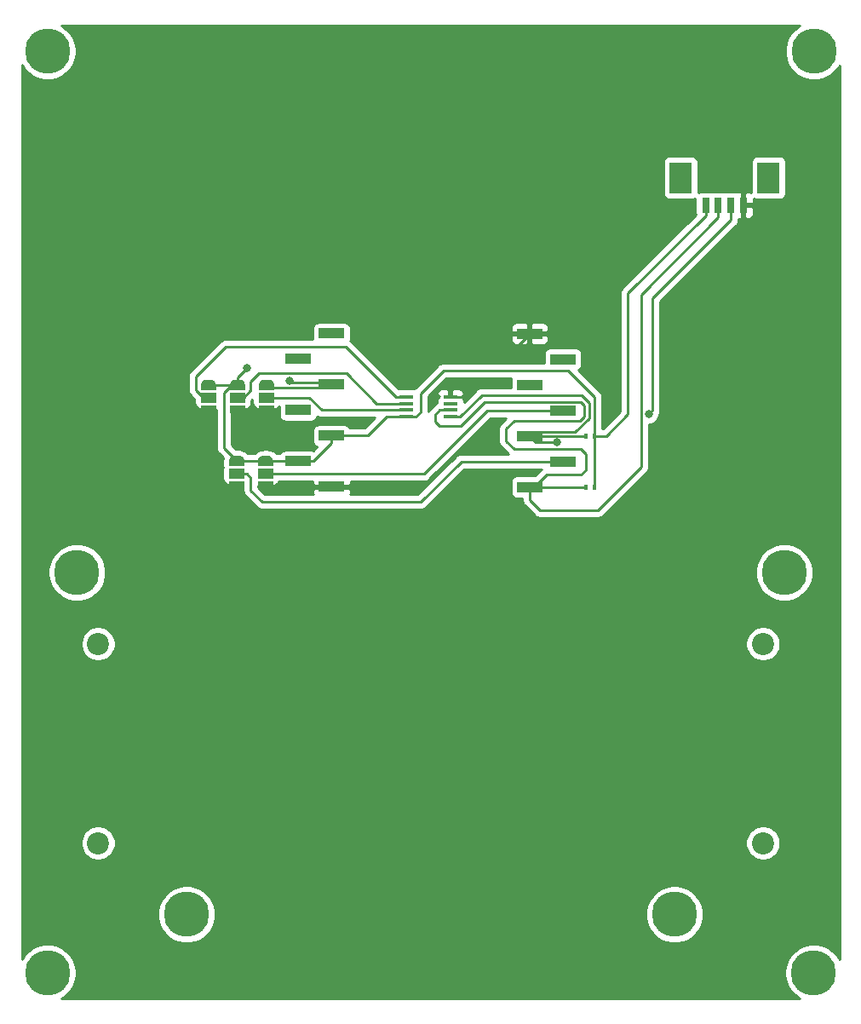
<source format=gbr>
G04 #@! TF.GenerationSoftware,KiCad,Pcbnew,(5.1.2)-2*
G04 #@! TF.CreationDate,2021-11-10T11:21:05-03:00*
G04 #@! TF.ProjectId,MAG_Plus,4d41475f-506c-4757-932e-6b696361645f,rev?*
G04 #@! TF.SameCoordinates,Original*
G04 #@! TF.FileFunction,Copper,L1,Top*
G04 #@! TF.FilePolarity,Positive*
%FSLAX46Y46*%
G04 Gerber Fmt 4.6, Leading zero omitted, Abs format (unit mm)*
G04 Created by KiCad (PCBNEW (5.1.2)-2) date 2021-11-10 11:21:05*
%MOMM*%
%LPD*%
G04 APERTURE LIST*
%ADD10C,2.200000*%
%ADD11C,4.500000*%
%ADD12R,0.800000X1.500000*%
%ADD13R,2.200000X3.100000*%
%ADD14R,2.510000X1.000000*%
%ADD15C,0.500000*%
%ADD16C,0.100000*%
%ADD17R,1.500000X1.000000*%
%ADD18R,0.400000X0.600000*%
%ADD19R,1.450000X0.450000*%
%ADD20C,0.800000*%
%ADD21C,0.250000*%
%ADD22C,0.254000*%
G04 APERTURE END LIST*
D10*
X195950000Y-222900000D03*
X129850000Y-222900000D03*
X195950000Y-203100000D03*
X129850000Y-203100000D03*
D11*
X187150000Y-230000000D03*
X138650000Y-230000000D03*
X198050000Y-196000000D03*
X127750000Y-196000000D03*
X200990000Y-235810000D03*
X124800000Y-235820000D03*
X201000000Y-144210000D03*
X124800000Y-144200000D03*
D12*
X194005000Y-159525000D03*
X192755000Y-159525000D03*
X191505000Y-159525000D03*
X190255000Y-159525000D03*
D13*
X196505000Y-156775000D03*
X187755000Y-156775000D03*
D14*
X172745000Y-172280000D03*
X172745000Y-177360000D03*
X172745000Y-182440000D03*
X172745000Y-187520000D03*
X176055000Y-174820000D03*
X176055000Y-179900000D03*
X176055000Y-184980000D03*
X149745000Y-174800000D03*
X149745000Y-179880000D03*
X149745000Y-184960000D03*
X153055000Y-172260000D03*
X153055000Y-177340000D03*
X153055000Y-182420000D03*
X153055000Y-187500000D03*
D15*
X146490000Y-184920000D03*
D16*
G36*
X145740000Y-185470000D02*
G01*
X145740000Y-184920000D01*
X145740602Y-184920000D01*
X145740602Y-184895466D01*
X145745412Y-184846635D01*
X145754984Y-184798510D01*
X145769228Y-184751555D01*
X145788005Y-184706222D01*
X145811136Y-184662949D01*
X145838396Y-184622150D01*
X145869524Y-184584221D01*
X145904221Y-184549524D01*
X145942150Y-184518396D01*
X145982949Y-184491136D01*
X146026222Y-184468005D01*
X146071555Y-184449228D01*
X146118510Y-184434984D01*
X146166635Y-184425412D01*
X146215466Y-184420602D01*
X146240000Y-184420602D01*
X146240000Y-184420000D01*
X146740000Y-184420000D01*
X146740000Y-184420602D01*
X146764534Y-184420602D01*
X146813365Y-184425412D01*
X146861490Y-184434984D01*
X146908445Y-184449228D01*
X146953778Y-184468005D01*
X146997051Y-184491136D01*
X147037850Y-184518396D01*
X147075779Y-184549524D01*
X147110476Y-184584221D01*
X147141604Y-184622150D01*
X147168864Y-184662949D01*
X147191995Y-184706222D01*
X147210772Y-184751555D01*
X147225016Y-184798510D01*
X147234588Y-184846635D01*
X147239398Y-184895466D01*
X147239398Y-184920000D01*
X147240000Y-184920000D01*
X147240000Y-185470000D01*
X145740000Y-185470000D01*
X145740000Y-185470000D01*
G37*
D15*
X146490000Y-187520000D03*
D16*
G36*
X147239398Y-187520000D02*
G01*
X147239398Y-187544534D01*
X147234588Y-187593365D01*
X147225016Y-187641490D01*
X147210772Y-187688445D01*
X147191995Y-187733778D01*
X147168864Y-187777051D01*
X147141604Y-187817850D01*
X147110476Y-187855779D01*
X147075779Y-187890476D01*
X147037850Y-187921604D01*
X146997051Y-187948864D01*
X146953778Y-187971995D01*
X146908445Y-187990772D01*
X146861490Y-188005016D01*
X146813365Y-188014588D01*
X146764534Y-188019398D01*
X146740000Y-188019398D01*
X146740000Y-188020000D01*
X146240000Y-188020000D01*
X146240000Y-188019398D01*
X146215466Y-188019398D01*
X146166635Y-188014588D01*
X146118510Y-188005016D01*
X146071555Y-187990772D01*
X146026222Y-187971995D01*
X145982949Y-187948864D01*
X145942150Y-187921604D01*
X145904221Y-187890476D01*
X145869524Y-187855779D01*
X145838396Y-187817850D01*
X145811136Y-187777051D01*
X145788005Y-187733778D01*
X145769228Y-187688445D01*
X145754984Y-187641490D01*
X145745412Y-187593365D01*
X145740602Y-187544534D01*
X145740602Y-187520000D01*
X145740000Y-187520000D01*
X145740000Y-186970000D01*
X147240000Y-186970000D01*
X147240000Y-187520000D01*
X147239398Y-187520000D01*
X147239398Y-187520000D01*
G37*
D17*
X146490000Y-186220000D03*
X143620000Y-186200000D03*
D15*
X143620000Y-187500000D03*
D16*
G36*
X144369398Y-187500000D02*
G01*
X144369398Y-187524534D01*
X144364588Y-187573365D01*
X144355016Y-187621490D01*
X144340772Y-187668445D01*
X144321995Y-187713778D01*
X144298864Y-187757051D01*
X144271604Y-187797850D01*
X144240476Y-187835779D01*
X144205779Y-187870476D01*
X144167850Y-187901604D01*
X144127051Y-187928864D01*
X144083778Y-187951995D01*
X144038445Y-187970772D01*
X143991490Y-187985016D01*
X143943365Y-187994588D01*
X143894534Y-187999398D01*
X143870000Y-187999398D01*
X143870000Y-188000000D01*
X143370000Y-188000000D01*
X143370000Y-187999398D01*
X143345466Y-187999398D01*
X143296635Y-187994588D01*
X143248510Y-187985016D01*
X143201555Y-187970772D01*
X143156222Y-187951995D01*
X143112949Y-187928864D01*
X143072150Y-187901604D01*
X143034221Y-187870476D01*
X142999524Y-187835779D01*
X142968396Y-187797850D01*
X142941136Y-187757051D01*
X142918005Y-187713778D01*
X142899228Y-187668445D01*
X142884984Y-187621490D01*
X142875412Y-187573365D01*
X142870602Y-187524534D01*
X142870602Y-187500000D01*
X142870000Y-187500000D01*
X142870000Y-186950000D01*
X144370000Y-186950000D01*
X144370000Y-187500000D01*
X144369398Y-187500000D01*
X144369398Y-187500000D01*
G37*
D15*
X143620000Y-184900000D03*
D16*
G36*
X142870000Y-185450000D02*
G01*
X142870000Y-184900000D01*
X142870602Y-184900000D01*
X142870602Y-184875466D01*
X142875412Y-184826635D01*
X142884984Y-184778510D01*
X142899228Y-184731555D01*
X142918005Y-184686222D01*
X142941136Y-184642949D01*
X142968396Y-184602150D01*
X142999524Y-184564221D01*
X143034221Y-184529524D01*
X143072150Y-184498396D01*
X143112949Y-184471136D01*
X143156222Y-184448005D01*
X143201555Y-184429228D01*
X143248510Y-184414984D01*
X143296635Y-184405412D01*
X143345466Y-184400602D01*
X143370000Y-184400602D01*
X143370000Y-184400000D01*
X143870000Y-184400000D01*
X143870000Y-184400602D01*
X143894534Y-184400602D01*
X143943365Y-184405412D01*
X143991490Y-184414984D01*
X144038445Y-184429228D01*
X144083778Y-184448005D01*
X144127051Y-184471136D01*
X144167850Y-184498396D01*
X144205779Y-184529524D01*
X144240476Y-184564221D01*
X144271604Y-184602150D01*
X144298864Y-184642949D01*
X144321995Y-184686222D01*
X144340772Y-184731555D01*
X144355016Y-184778510D01*
X144364588Y-184826635D01*
X144369398Y-184875466D01*
X144369398Y-184900000D01*
X144370000Y-184900000D01*
X144370000Y-185450000D01*
X142870000Y-185450000D01*
X142870000Y-185450000D01*
G37*
D18*
X178330000Y-187530000D03*
X179230000Y-187530000D03*
X179220000Y-182440000D03*
X178320000Y-182440000D03*
D15*
X146580000Y-177350000D03*
D16*
G36*
X145830000Y-177900000D02*
G01*
X145830000Y-177350000D01*
X145830602Y-177350000D01*
X145830602Y-177325466D01*
X145835412Y-177276635D01*
X145844984Y-177228510D01*
X145859228Y-177181555D01*
X145878005Y-177136222D01*
X145901136Y-177092949D01*
X145928396Y-177052150D01*
X145959524Y-177014221D01*
X145994221Y-176979524D01*
X146032150Y-176948396D01*
X146072949Y-176921136D01*
X146116222Y-176898005D01*
X146161555Y-176879228D01*
X146208510Y-176864984D01*
X146256635Y-176855412D01*
X146305466Y-176850602D01*
X146330000Y-176850602D01*
X146330000Y-176850000D01*
X146830000Y-176850000D01*
X146830000Y-176850602D01*
X146854534Y-176850602D01*
X146903365Y-176855412D01*
X146951490Y-176864984D01*
X146998445Y-176879228D01*
X147043778Y-176898005D01*
X147087051Y-176921136D01*
X147127850Y-176948396D01*
X147165779Y-176979524D01*
X147200476Y-177014221D01*
X147231604Y-177052150D01*
X147258864Y-177092949D01*
X147281995Y-177136222D01*
X147300772Y-177181555D01*
X147315016Y-177228510D01*
X147324588Y-177276635D01*
X147329398Y-177325466D01*
X147329398Y-177350000D01*
X147330000Y-177350000D01*
X147330000Y-177900000D01*
X145830000Y-177900000D01*
X145830000Y-177900000D01*
G37*
D15*
X146580000Y-179950000D03*
D16*
G36*
X147329398Y-179950000D02*
G01*
X147329398Y-179974534D01*
X147324588Y-180023365D01*
X147315016Y-180071490D01*
X147300772Y-180118445D01*
X147281995Y-180163778D01*
X147258864Y-180207051D01*
X147231604Y-180247850D01*
X147200476Y-180285779D01*
X147165779Y-180320476D01*
X147127850Y-180351604D01*
X147087051Y-180378864D01*
X147043778Y-180401995D01*
X146998445Y-180420772D01*
X146951490Y-180435016D01*
X146903365Y-180444588D01*
X146854534Y-180449398D01*
X146830000Y-180449398D01*
X146830000Y-180450000D01*
X146330000Y-180450000D01*
X146330000Y-180449398D01*
X146305466Y-180449398D01*
X146256635Y-180444588D01*
X146208510Y-180435016D01*
X146161555Y-180420772D01*
X146116222Y-180401995D01*
X146072949Y-180378864D01*
X146032150Y-180351604D01*
X145994221Y-180320476D01*
X145959524Y-180285779D01*
X145928396Y-180247850D01*
X145901136Y-180207051D01*
X145878005Y-180163778D01*
X145859228Y-180118445D01*
X145844984Y-180071490D01*
X145835412Y-180023365D01*
X145830602Y-179974534D01*
X145830602Y-179950000D01*
X145830000Y-179950000D01*
X145830000Y-179400000D01*
X147330000Y-179400000D01*
X147330000Y-179950000D01*
X147329398Y-179950000D01*
X147329398Y-179950000D01*
G37*
D17*
X146580000Y-178650000D03*
X140820000Y-178670000D03*
D15*
X140820000Y-179970000D03*
D16*
G36*
X141569398Y-179970000D02*
G01*
X141569398Y-179994534D01*
X141564588Y-180043365D01*
X141555016Y-180091490D01*
X141540772Y-180138445D01*
X141521995Y-180183778D01*
X141498864Y-180227051D01*
X141471604Y-180267850D01*
X141440476Y-180305779D01*
X141405779Y-180340476D01*
X141367850Y-180371604D01*
X141327051Y-180398864D01*
X141283778Y-180421995D01*
X141238445Y-180440772D01*
X141191490Y-180455016D01*
X141143365Y-180464588D01*
X141094534Y-180469398D01*
X141070000Y-180469398D01*
X141070000Y-180470000D01*
X140570000Y-180470000D01*
X140570000Y-180469398D01*
X140545466Y-180469398D01*
X140496635Y-180464588D01*
X140448510Y-180455016D01*
X140401555Y-180440772D01*
X140356222Y-180421995D01*
X140312949Y-180398864D01*
X140272150Y-180371604D01*
X140234221Y-180340476D01*
X140199524Y-180305779D01*
X140168396Y-180267850D01*
X140141136Y-180227051D01*
X140118005Y-180183778D01*
X140099228Y-180138445D01*
X140084984Y-180091490D01*
X140075412Y-180043365D01*
X140070602Y-179994534D01*
X140070602Y-179970000D01*
X140070000Y-179970000D01*
X140070000Y-179420000D01*
X141570000Y-179420000D01*
X141570000Y-179970000D01*
X141569398Y-179970000D01*
X141569398Y-179970000D01*
G37*
D15*
X140820000Y-177370000D03*
D16*
G36*
X140070000Y-177920000D02*
G01*
X140070000Y-177370000D01*
X140070602Y-177370000D01*
X140070602Y-177345466D01*
X140075412Y-177296635D01*
X140084984Y-177248510D01*
X140099228Y-177201555D01*
X140118005Y-177156222D01*
X140141136Y-177112949D01*
X140168396Y-177072150D01*
X140199524Y-177034221D01*
X140234221Y-176999524D01*
X140272150Y-176968396D01*
X140312949Y-176941136D01*
X140356222Y-176918005D01*
X140401555Y-176899228D01*
X140448510Y-176884984D01*
X140496635Y-176875412D01*
X140545466Y-176870602D01*
X140570000Y-176870602D01*
X140570000Y-176870000D01*
X141070000Y-176870000D01*
X141070000Y-176870602D01*
X141094534Y-176870602D01*
X141143365Y-176875412D01*
X141191490Y-176884984D01*
X141238445Y-176899228D01*
X141283778Y-176918005D01*
X141327051Y-176941136D01*
X141367850Y-176968396D01*
X141405779Y-176999524D01*
X141440476Y-177034221D01*
X141471604Y-177072150D01*
X141498864Y-177112949D01*
X141521995Y-177156222D01*
X141540772Y-177201555D01*
X141555016Y-177248510D01*
X141564588Y-177296635D01*
X141569398Y-177345466D01*
X141569398Y-177370000D01*
X141570000Y-177370000D01*
X141570000Y-177920000D01*
X140070000Y-177920000D01*
X140070000Y-177920000D01*
G37*
D15*
X143700000Y-177350000D03*
D16*
G36*
X142950000Y-177900000D02*
G01*
X142950000Y-177350000D01*
X142950602Y-177350000D01*
X142950602Y-177325466D01*
X142955412Y-177276635D01*
X142964984Y-177228510D01*
X142979228Y-177181555D01*
X142998005Y-177136222D01*
X143021136Y-177092949D01*
X143048396Y-177052150D01*
X143079524Y-177014221D01*
X143114221Y-176979524D01*
X143152150Y-176948396D01*
X143192949Y-176921136D01*
X143236222Y-176898005D01*
X143281555Y-176879228D01*
X143328510Y-176864984D01*
X143376635Y-176855412D01*
X143425466Y-176850602D01*
X143450000Y-176850602D01*
X143450000Y-176850000D01*
X143950000Y-176850000D01*
X143950000Y-176850602D01*
X143974534Y-176850602D01*
X144023365Y-176855412D01*
X144071490Y-176864984D01*
X144118445Y-176879228D01*
X144163778Y-176898005D01*
X144207051Y-176921136D01*
X144247850Y-176948396D01*
X144285779Y-176979524D01*
X144320476Y-177014221D01*
X144351604Y-177052150D01*
X144378864Y-177092949D01*
X144401995Y-177136222D01*
X144420772Y-177181555D01*
X144435016Y-177228510D01*
X144444588Y-177276635D01*
X144449398Y-177325466D01*
X144449398Y-177350000D01*
X144450000Y-177350000D01*
X144450000Y-177900000D01*
X142950000Y-177900000D01*
X142950000Y-177900000D01*
G37*
D15*
X143700000Y-179950000D03*
D16*
G36*
X144449398Y-179950000D02*
G01*
X144449398Y-179974534D01*
X144444588Y-180023365D01*
X144435016Y-180071490D01*
X144420772Y-180118445D01*
X144401995Y-180163778D01*
X144378864Y-180207051D01*
X144351604Y-180247850D01*
X144320476Y-180285779D01*
X144285779Y-180320476D01*
X144247850Y-180351604D01*
X144207051Y-180378864D01*
X144163778Y-180401995D01*
X144118445Y-180420772D01*
X144071490Y-180435016D01*
X144023365Y-180444588D01*
X143974534Y-180449398D01*
X143950000Y-180449398D01*
X143950000Y-180450000D01*
X143450000Y-180450000D01*
X143450000Y-180449398D01*
X143425466Y-180449398D01*
X143376635Y-180444588D01*
X143328510Y-180435016D01*
X143281555Y-180420772D01*
X143236222Y-180401995D01*
X143192949Y-180378864D01*
X143152150Y-180351604D01*
X143114221Y-180320476D01*
X143079524Y-180285779D01*
X143048396Y-180247850D01*
X143021136Y-180207051D01*
X142998005Y-180163778D01*
X142979228Y-180118445D01*
X142964984Y-180071490D01*
X142955412Y-180023365D01*
X142950602Y-179974534D01*
X142950602Y-179950000D01*
X142950000Y-179950000D01*
X142950000Y-179400000D01*
X144450000Y-179400000D01*
X144450000Y-179950000D01*
X144449398Y-179950000D01*
X144449398Y-179950000D01*
G37*
D17*
X143700000Y-178650000D03*
D19*
X164860000Y-180530000D03*
X164860000Y-179880000D03*
X164860000Y-179230000D03*
X164860000Y-178580000D03*
X160460000Y-178580000D03*
X160460000Y-179230000D03*
X160460000Y-179880000D03*
X160460000Y-180530000D03*
D20*
X184575000Y-180290000D03*
X175490000Y-183055000D03*
X145170000Y-182520000D03*
X138430000Y-182660000D03*
X156650000Y-187890000D03*
X143950000Y-189670000D03*
X167920000Y-177100000D03*
X170630000Y-174390000D03*
X144650000Y-175670000D03*
X148880000Y-176935000D03*
D21*
X178320000Y-187520000D02*
X178330000Y-187530000D01*
X172745000Y-187520000D02*
X178320000Y-187520000D01*
X174420000Y-186310000D02*
X173210000Y-187520000D01*
X177850000Y-186310000D02*
X174420000Y-186310000D01*
X178340000Y-185820000D02*
X177850000Y-186310000D01*
X178340000Y-184290000D02*
X178340000Y-185820000D01*
X165920000Y-181440000D02*
X168285001Y-179074999D01*
X163770000Y-181440000D02*
X165920000Y-181440000D01*
X163340000Y-180360000D02*
X163340000Y-181010000D01*
X178170000Y-179390000D02*
X178170000Y-180520000D01*
X164860000Y-179880000D02*
X163820000Y-179880000D01*
X168285001Y-179074999D02*
X177854999Y-179074999D01*
X163820000Y-179880000D02*
X163340000Y-180360000D01*
X178170000Y-180520000D02*
X177750010Y-180939990D01*
X177854999Y-179074999D02*
X178170000Y-179390000D01*
X177750010Y-180939990D02*
X171210010Y-180939990D01*
X171210010Y-180939990D02*
X170400000Y-181750000D01*
X171240000Y-183780000D02*
X177830000Y-183780000D01*
X173210000Y-187520000D02*
X172745000Y-187520000D01*
X170400000Y-181750000D02*
X170400000Y-182940000D01*
X170400000Y-182940000D02*
X171240000Y-183780000D01*
X163340000Y-181010000D02*
X163770000Y-181440000D01*
X177830000Y-183780000D02*
X178340000Y-184290000D01*
X191505000Y-160745000D02*
X191505000Y-159525000D01*
X172745000Y-188785000D02*
X173810000Y-189850000D01*
X172745000Y-187520000D02*
X172745000Y-188785000D01*
X173810000Y-189850000D02*
X179530000Y-189850000D01*
X179530000Y-189850000D02*
X183850000Y-185530000D01*
X183850000Y-185530000D02*
X183850000Y-168400000D01*
X183850000Y-168400000D02*
X191505000Y-160745000D01*
X165835000Y-180530000D02*
X164860000Y-180530000D01*
X167985000Y-178380000D02*
X165835000Y-180530000D01*
X173135000Y-182050000D02*
X177276411Y-182050000D01*
X172745000Y-182440000D02*
X173135000Y-182050000D01*
X177276411Y-182050000D02*
X178660000Y-180666411D01*
X178660000Y-180666411D02*
X178660000Y-179140000D01*
X178660000Y-179140000D02*
X177900000Y-178380000D01*
X177900000Y-178380000D02*
X167985000Y-178380000D01*
X172745000Y-182440000D02*
X178320000Y-182440000D01*
X192755000Y-160525000D02*
X192760000Y-160530000D01*
X192755000Y-159525000D02*
X192755000Y-160525000D01*
X192760000Y-160530000D02*
X192760000Y-160980000D01*
X192760000Y-160980000D02*
X184990000Y-168750000D01*
X184990000Y-168750000D02*
X184990000Y-179875000D01*
X184990000Y-179875000D02*
X184575000Y-180290000D01*
X173360000Y-183055000D02*
X172745000Y-182440000D01*
X175490000Y-183055000D02*
X173360000Y-183055000D01*
X143700000Y-181050000D02*
X145170000Y-182520000D01*
X143700000Y-179950000D02*
X143700000Y-181050000D01*
X153055000Y-187500000D02*
X156260000Y-187500000D01*
X156260000Y-187500000D02*
X156650000Y-187890000D01*
X143950000Y-187830000D02*
X143620000Y-187500000D01*
X143950000Y-189670000D02*
X143950000Y-187830000D01*
X164860000Y-178580000D02*
X166440000Y-178580000D01*
X166440000Y-178580000D02*
X167920000Y-177100000D01*
X172740000Y-172280000D02*
X172745000Y-172280000D01*
X170630000Y-174390000D02*
X172740000Y-172280000D01*
X143680000Y-177370000D02*
X143700000Y-177350000D01*
X140820000Y-177370000D02*
X143680000Y-177370000D01*
X146470000Y-184900000D02*
X146490000Y-184920000D01*
X143620000Y-184900000D02*
X146470000Y-184900000D01*
X149705000Y-184920000D02*
X149745000Y-184960000D01*
X146490000Y-184920000D02*
X149705000Y-184920000D01*
X153055000Y-182420000D02*
X156660000Y-182420000D01*
X158550000Y-180530000D02*
X160460000Y-180530000D01*
X156660000Y-182420000D02*
X158550000Y-180530000D01*
X151250000Y-184960000D02*
X149745000Y-184960000D01*
X151265000Y-184960000D02*
X151250000Y-184960000D01*
X153055000Y-183170000D02*
X151265000Y-184960000D01*
X153055000Y-182420000D02*
X153055000Y-183170000D01*
X143164998Y-177350000D02*
X142360000Y-178154998D01*
X143700000Y-177350000D02*
X143164998Y-177350000D01*
X142360000Y-183640000D02*
X143620000Y-184900000D01*
X142360000Y-178154998D02*
X142360000Y-183640000D01*
X143700000Y-177350000D02*
X143700000Y-176620000D01*
X143700000Y-176620000D02*
X144650000Y-175670000D01*
X152835000Y-177120000D02*
X153055000Y-177340000D01*
X148880000Y-176935000D02*
X149065000Y-177120000D01*
X149065000Y-177120000D02*
X152835000Y-177120000D01*
X152775000Y-177620000D02*
X153055000Y-177340000D01*
X146580000Y-177350000D02*
X146850000Y-177620000D01*
X146850000Y-177620000D02*
X152775000Y-177620000D01*
X179220000Y-187520000D02*
X179230000Y-187530000D01*
X179220000Y-182440000D02*
X179220000Y-187520000D01*
X179220000Y-181890000D02*
X179220000Y-182440000D01*
X179220000Y-178580000D02*
X179220000Y-181890000D01*
X161435000Y-180530000D02*
X161900000Y-180065000D01*
X161900000Y-180065000D02*
X161900000Y-178210000D01*
X161900000Y-178210000D02*
X164170000Y-175940000D01*
X164170000Y-175940000D02*
X176580000Y-175940000D01*
X160460000Y-180530000D02*
X161435000Y-180530000D01*
X176580000Y-175940000D02*
X179220000Y-178580000D01*
X180370000Y-182440000D02*
X179220000Y-182440000D01*
X182520000Y-180290000D02*
X180370000Y-182440000D01*
X182520000Y-168260000D02*
X182520000Y-180290000D01*
X190255000Y-159525000D02*
X190255000Y-160525000D01*
X190255000Y-160525000D02*
X182520000Y-168260000D01*
X168560000Y-179900000D02*
X176055000Y-179900000D01*
X146490000Y-186220000D02*
X162240000Y-186220000D01*
X162240000Y-186220000D02*
X168560000Y-179900000D01*
X144620000Y-186200000D02*
X143620000Y-186200000D01*
X165950000Y-184980000D02*
X161930000Y-189000000D01*
X176055000Y-184980000D02*
X165950000Y-184980000D01*
X161930000Y-189000000D02*
X146150000Y-189000000D01*
X146150000Y-189000000D02*
X145020000Y-187870000D01*
X145020000Y-187870000D02*
X145020000Y-186600000D01*
X145020000Y-186600000D02*
X144620000Y-186200000D01*
X159485000Y-179880000D02*
X160460000Y-179880000D01*
X152083590Y-179880000D02*
X159485000Y-179880000D01*
X150853590Y-178650000D02*
X152083590Y-179880000D01*
X146580000Y-178650000D02*
X150853590Y-178650000D01*
X159485000Y-178580000D02*
X160460000Y-178580000D01*
X140360364Y-178670000D02*
X139560000Y-177869636D01*
X140820000Y-178670000D02*
X140360364Y-178670000D01*
X139560000Y-177869636D02*
X139560000Y-176530000D01*
X139560000Y-176530000D02*
X142500000Y-173590000D01*
X142500000Y-173590000D02*
X154495000Y-173590000D01*
X154495000Y-173590000D02*
X159485000Y-178580000D01*
X159485000Y-179230000D02*
X160460000Y-179230000D01*
X157540000Y-179230000D02*
X159485000Y-179230000D01*
X144300000Y-178650000D02*
X145010000Y-177940000D01*
X143700000Y-178650000D02*
X144300000Y-178650000D01*
X145010000Y-177940000D02*
X145010000Y-177060000D01*
X145010000Y-177060000D02*
X145860000Y-176210000D01*
X145860000Y-176210000D02*
X154520000Y-176210000D01*
X154520000Y-176210000D02*
X157540000Y-179230000D01*
D22*
G36*
X199160920Y-141969074D02*
G01*
X198759074Y-142370920D01*
X198443346Y-142843440D01*
X198225869Y-143368477D01*
X198115000Y-143925852D01*
X198115000Y-144494148D01*
X198225869Y-145051523D01*
X198443346Y-145576560D01*
X198759074Y-146049080D01*
X199160920Y-146450926D01*
X199633440Y-146766654D01*
X200158477Y-146984131D01*
X200715852Y-147095000D01*
X201284148Y-147095000D01*
X201841523Y-146984131D01*
X202366560Y-146766654D01*
X202839080Y-146450926D01*
X203240926Y-146049080D01*
X203540000Y-145601484D01*
X203540001Y-234433483D01*
X203230926Y-233970920D01*
X202829080Y-233569074D01*
X202356560Y-233253346D01*
X201831523Y-233035869D01*
X201274148Y-232925000D01*
X200705852Y-232925000D01*
X200148477Y-233035869D01*
X199623440Y-233253346D01*
X199150920Y-233569074D01*
X198749074Y-233970920D01*
X198433346Y-234443440D01*
X198215869Y-234968477D01*
X198105000Y-235525852D01*
X198105000Y-236094148D01*
X198215869Y-236651523D01*
X198433346Y-237176560D01*
X198749074Y-237649080D01*
X199150920Y-238050926D01*
X199583549Y-238340000D01*
X126221417Y-238340000D01*
X126639080Y-238060926D01*
X127040926Y-237659080D01*
X127356654Y-237186560D01*
X127574131Y-236661523D01*
X127685000Y-236104148D01*
X127685000Y-235535852D01*
X127574131Y-234978477D01*
X127356654Y-234453440D01*
X127040926Y-233980920D01*
X126639080Y-233579074D01*
X126166560Y-233263346D01*
X125641523Y-233045869D01*
X125084148Y-232935000D01*
X124515852Y-232935000D01*
X123958477Y-233045869D01*
X123433440Y-233263346D01*
X122960920Y-233579074D01*
X122559074Y-233980920D01*
X122260000Y-234428516D01*
X122260000Y-229715852D01*
X135765000Y-229715852D01*
X135765000Y-230284148D01*
X135875869Y-230841523D01*
X136093346Y-231366560D01*
X136409074Y-231839080D01*
X136810920Y-232240926D01*
X137283440Y-232556654D01*
X137808477Y-232774131D01*
X138365852Y-232885000D01*
X138934148Y-232885000D01*
X139491523Y-232774131D01*
X140016560Y-232556654D01*
X140489080Y-232240926D01*
X140890926Y-231839080D01*
X141206654Y-231366560D01*
X141424131Y-230841523D01*
X141535000Y-230284148D01*
X141535000Y-229715852D01*
X184265000Y-229715852D01*
X184265000Y-230284148D01*
X184375869Y-230841523D01*
X184593346Y-231366560D01*
X184909074Y-231839080D01*
X185310920Y-232240926D01*
X185783440Y-232556654D01*
X186308477Y-232774131D01*
X186865852Y-232885000D01*
X187434148Y-232885000D01*
X187991523Y-232774131D01*
X188516560Y-232556654D01*
X188989080Y-232240926D01*
X189390926Y-231839080D01*
X189706654Y-231366560D01*
X189924131Y-230841523D01*
X190035000Y-230284148D01*
X190035000Y-229715852D01*
X189924131Y-229158477D01*
X189706654Y-228633440D01*
X189390926Y-228160920D01*
X188989080Y-227759074D01*
X188516560Y-227443346D01*
X187991523Y-227225869D01*
X187434148Y-227115000D01*
X186865852Y-227115000D01*
X186308477Y-227225869D01*
X185783440Y-227443346D01*
X185310920Y-227759074D01*
X184909074Y-228160920D01*
X184593346Y-228633440D01*
X184375869Y-229158477D01*
X184265000Y-229715852D01*
X141535000Y-229715852D01*
X141424131Y-229158477D01*
X141206654Y-228633440D01*
X140890926Y-228160920D01*
X140489080Y-227759074D01*
X140016560Y-227443346D01*
X139491523Y-227225869D01*
X138934148Y-227115000D01*
X138365852Y-227115000D01*
X137808477Y-227225869D01*
X137283440Y-227443346D01*
X136810920Y-227759074D01*
X136409074Y-228160920D01*
X136093346Y-228633440D01*
X135875869Y-229158477D01*
X135765000Y-229715852D01*
X122260000Y-229715852D01*
X122260000Y-222729117D01*
X128115000Y-222729117D01*
X128115000Y-223070883D01*
X128181675Y-223406081D01*
X128312463Y-223721831D01*
X128502337Y-224005998D01*
X128744002Y-224247663D01*
X129028169Y-224437537D01*
X129343919Y-224568325D01*
X129679117Y-224635000D01*
X130020883Y-224635000D01*
X130356081Y-224568325D01*
X130671831Y-224437537D01*
X130955998Y-224247663D01*
X131197663Y-224005998D01*
X131387537Y-223721831D01*
X131518325Y-223406081D01*
X131585000Y-223070883D01*
X131585000Y-222729117D01*
X194215000Y-222729117D01*
X194215000Y-223070883D01*
X194281675Y-223406081D01*
X194412463Y-223721831D01*
X194602337Y-224005998D01*
X194844002Y-224247663D01*
X195128169Y-224437537D01*
X195443919Y-224568325D01*
X195779117Y-224635000D01*
X196120883Y-224635000D01*
X196456081Y-224568325D01*
X196771831Y-224437537D01*
X197055998Y-224247663D01*
X197297663Y-224005998D01*
X197487537Y-223721831D01*
X197618325Y-223406081D01*
X197685000Y-223070883D01*
X197685000Y-222729117D01*
X197618325Y-222393919D01*
X197487537Y-222078169D01*
X197297663Y-221794002D01*
X197055998Y-221552337D01*
X196771831Y-221362463D01*
X196456081Y-221231675D01*
X196120883Y-221165000D01*
X195779117Y-221165000D01*
X195443919Y-221231675D01*
X195128169Y-221362463D01*
X194844002Y-221552337D01*
X194602337Y-221794002D01*
X194412463Y-222078169D01*
X194281675Y-222393919D01*
X194215000Y-222729117D01*
X131585000Y-222729117D01*
X131518325Y-222393919D01*
X131387537Y-222078169D01*
X131197663Y-221794002D01*
X130955998Y-221552337D01*
X130671831Y-221362463D01*
X130356081Y-221231675D01*
X130020883Y-221165000D01*
X129679117Y-221165000D01*
X129343919Y-221231675D01*
X129028169Y-221362463D01*
X128744002Y-221552337D01*
X128502337Y-221794002D01*
X128312463Y-222078169D01*
X128181675Y-222393919D01*
X128115000Y-222729117D01*
X122260000Y-222729117D01*
X122260000Y-202929117D01*
X128115000Y-202929117D01*
X128115000Y-203270883D01*
X128181675Y-203606081D01*
X128312463Y-203921831D01*
X128502337Y-204205998D01*
X128744002Y-204447663D01*
X129028169Y-204637537D01*
X129343919Y-204768325D01*
X129679117Y-204835000D01*
X130020883Y-204835000D01*
X130356081Y-204768325D01*
X130671831Y-204637537D01*
X130955998Y-204447663D01*
X131197663Y-204205998D01*
X131387537Y-203921831D01*
X131518325Y-203606081D01*
X131585000Y-203270883D01*
X131585000Y-202929117D01*
X194215000Y-202929117D01*
X194215000Y-203270883D01*
X194281675Y-203606081D01*
X194412463Y-203921831D01*
X194602337Y-204205998D01*
X194844002Y-204447663D01*
X195128169Y-204637537D01*
X195443919Y-204768325D01*
X195779117Y-204835000D01*
X196120883Y-204835000D01*
X196456081Y-204768325D01*
X196771831Y-204637537D01*
X197055998Y-204447663D01*
X197297663Y-204205998D01*
X197487537Y-203921831D01*
X197618325Y-203606081D01*
X197685000Y-203270883D01*
X197685000Y-202929117D01*
X197618325Y-202593919D01*
X197487537Y-202278169D01*
X197297663Y-201994002D01*
X197055998Y-201752337D01*
X196771831Y-201562463D01*
X196456081Y-201431675D01*
X196120883Y-201365000D01*
X195779117Y-201365000D01*
X195443919Y-201431675D01*
X195128169Y-201562463D01*
X194844002Y-201752337D01*
X194602337Y-201994002D01*
X194412463Y-202278169D01*
X194281675Y-202593919D01*
X194215000Y-202929117D01*
X131585000Y-202929117D01*
X131518325Y-202593919D01*
X131387537Y-202278169D01*
X131197663Y-201994002D01*
X130955998Y-201752337D01*
X130671831Y-201562463D01*
X130356081Y-201431675D01*
X130020883Y-201365000D01*
X129679117Y-201365000D01*
X129343919Y-201431675D01*
X129028169Y-201562463D01*
X128744002Y-201752337D01*
X128502337Y-201994002D01*
X128312463Y-202278169D01*
X128181675Y-202593919D01*
X128115000Y-202929117D01*
X122260000Y-202929117D01*
X122260000Y-195715852D01*
X124865000Y-195715852D01*
X124865000Y-196284148D01*
X124975869Y-196841523D01*
X125193346Y-197366560D01*
X125509074Y-197839080D01*
X125910920Y-198240926D01*
X126383440Y-198556654D01*
X126908477Y-198774131D01*
X127465852Y-198885000D01*
X128034148Y-198885000D01*
X128591523Y-198774131D01*
X129116560Y-198556654D01*
X129589080Y-198240926D01*
X129990926Y-197839080D01*
X130306654Y-197366560D01*
X130524131Y-196841523D01*
X130635000Y-196284148D01*
X130635000Y-195715852D01*
X195165000Y-195715852D01*
X195165000Y-196284148D01*
X195275869Y-196841523D01*
X195493346Y-197366560D01*
X195809074Y-197839080D01*
X196210920Y-198240926D01*
X196683440Y-198556654D01*
X197208477Y-198774131D01*
X197765852Y-198885000D01*
X198334148Y-198885000D01*
X198891523Y-198774131D01*
X199416560Y-198556654D01*
X199889080Y-198240926D01*
X200290926Y-197839080D01*
X200606654Y-197366560D01*
X200824131Y-196841523D01*
X200935000Y-196284148D01*
X200935000Y-195715852D01*
X200824131Y-195158477D01*
X200606654Y-194633440D01*
X200290926Y-194160920D01*
X199889080Y-193759074D01*
X199416560Y-193443346D01*
X198891523Y-193225869D01*
X198334148Y-193115000D01*
X197765852Y-193115000D01*
X197208477Y-193225869D01*
X196683440Y-193443346D01*
X196210920Y-193759074D01*
X195809074Y-194160920D01*
X195493346Y-194633440D01*
X195275869Y-195158477D01*
X195165000Y-195715852D01*
X130635000Y-195715852D01*
X130524131Y-195158477D01*
X130306654Y-194633440D01*
X129990926Y-194160920D01*
X129589080Y-193759074D01*
X129116560Y-193443346D01*
X128591523Y-193225869D01*
X128034148Y-193115000D01*
X127465852Y-193115000D01*
X126908477Y-193225869D01*
X126383440Y-193443346D01*
X125910920Y-193759074D01*
X125509074Y-194160920D01*
X125193346Y-194633440D01*
X124975869Y-195158477D01*
X124865000Y-195715852D01*
X122260000Y-195715852D01*
X122260000Y-176530000D01*
X138796324Y-176530000D01*
X138800001Y-176567332D01*
X138800000Y-177832313D01*
X138796324Y-177869636D01*
X138800000Y-177906958D01*
X138800000Y-177906968D01*
X138810997Y-178018621D01*
X138841447Y-178119002D01*
X138854454Y-178161882D01*
X138925026Y-178293912D01*
X138950988Y-178325546D01*
X139019999Y-178409637D01*
X139049002Y-178433439D01*
X139431928Y-178816366D01*
X139431928Y-179170000D01*
X139444188Y-179294482D01*
X139480498Y-179414180D01*
X139539463Y-179524494D01*
X139618815Y-179621185D01*
X139715506Y-179700537D01*
X139825820Y-179759502D01*
X139945518Y-179795812D01*
X140070000Y-179808072D01*
X141570000Y-179808072D01*
X141600000Y-179805117D01*
X141600001Y-183602668D01*
X141596324Y-183640000D01*
X141600001Y-183677333D01*
X141610998Y-183788986D01*
X141615553Y-183804002D01*
X141654454Y-183932246D01*
X141725026Y-184064276D01*
X141775277Y-184125506D01*
X141820000Y-184180001D01*
X141848998Y-184203799D01*
X142268012Y-184622814D01*
X142265718Y-184630377D01*
X142246596Y-184726510D01*
X142234336Y-184850991D01*
X142234336Y-184875550D01*
X142231928Y-184900000D01*
X142231928Y-185450000D01*
X142244188Y-185574482D01*
X142244345Y-185575000D01*
X142244188Y-185575518D01*
X142231928Y-185700000D01*
X142231928Y-186700000D01*
X142244188Y-186824482D01*
X142280498Y-186944180D01*
X142339463Y-187054494D01*
X142418815Y-187151185D01*
X142515506Y-187230537D01*
X142625820Y-187289502D01*
X142745518Y-187325812D01*
X142870000Y-187338072D01*
X144260000Y-187338072D01*
X144260000Y-187832677D01*
X144256324Y-187870000D01*
X144260000Y-187907322D01*
X144260000Y-187907332D01*
X144270997Y-188018985D01*
X144310747Y-188150026D01*
X144314454Y-188162246D01*
X144385026Y-188294276D01*
X144424871Y-188342826D01*
X144479999Y-188410001D01*
X144509002Y-188433804D01*
X145586201Y-189511003D01*
X145609999Y-189540001D01*
X145725724Y-189634974D01*
X145857753Y-189705546D01*
X146001014Y-189749003D01*
X146112667Y-189760000D01*
X146112676Y-189760000D01*
X146149999Y-189763676D01*
X146187322Y-189760000D01*
X161892678Y-189760000D01*
X161930000Y-189763676D01*
X161967322Y-189760000D01*
X161967333Y-189760000D01*
X162078986Y-189749003D01*
X162222247Y-189705546D01*
X162354276Y-189634974D01*
X162470001Y-189540001D01*
X162493804Y-189510997D01*
X166264802Y-185740000D01*
X173916552Y-185740000D01*
X173908996Y-185746201D01*
X173908992Y-185746205D01*
X173879999Y-185769999D01*
X173856205Y-185798992D01*
X173273270Y-186381928D01*
X171490000Y-186381928D01*
X171365518Y-186394188D01*
X171245820Y-186430498D01*
X171135506Y-186489463D01*
X171038815Y-186568815D01*
X170959463Y-186665506D01*
X170900498Y-186775820D01*
X170864188Y-186895518D01*
X170851928Y-187020000D01*
X170851928Y-188020000D01*
X170864188Y-188144482D01*
X170900498Y-188264180D01*
X170959463Y-188374494D01*
X171038815Y-188471185D01*
X171135506Y-188550537D01*
X171245820Y-188609502D01*
X171365518Y-188645812D01*
X171490000Y-188658072D01*
X171985001Y-188658072D01*
X171985001Y-188747668D01*
X171981324Y-188785000D01*
X171995998Y-188933985D01*
X172039454Y-189077246D01*
X172110026Y-189209276D01*
X172181201Y-189296002D01*
X172205000Y-189325001D01*
X172233998Y-189348799D01*
X173246205Y-190361008D01*
X173269999Y-190390001D01*
X173298992Y-190413795D01*
X173298996Y-190413799D01*
X173369685Y-190471811D01*
X173385724Y-190484974D01*
X173517753Y-190555546D01*
X173661014Y-190599003D01*
X173772667Y-190610000D01*
X173772676Y-190610000D01*
X173809999Y-190613676D01*
X173847322Y-190610000D01*
X179492678Y-190610000D01*
X179530000Y-190613676D01*
X179567322Y-190610000D01*
X179567333Y-190610000D01*
X179678986Y-190599003D01*
X179822247Y-190555546D01*
X179954276Y-190484974D01*
X180070001Y-190390001D01*
X180093804Y-190360997D01*
X184361004Y-186093798D01*
X184390001Y-186070001D01*
X184484974Y-185954276D01*
X184555546Y-185822247D01*
X184599003Y-185678986D01*
X184610000Y-185567333D01*
X184610000Y-185567332D01*
X184613677Y-185530000D01*
X184610000Y-185492667D01*
X184610000Y-181325000D01*
X184676939Y-181325000D01*
X184876898Y-181285226D01*
X185065256Y-181207205D01*
X185234774Y-181093937D01*
X185378937Y-180949774D01*
X185492205Y-180780256D01*
X185570226Y-180591898D01*
X185610000Y-180391939D01*
X185610000Y-180317522D01*
X185624974Y-180299276D01*
X185695546Y-180167247D01*
X185739003Y-180023986D01*
X185750000Y-179912333D01*
X185753677Y-179875000D01*
X185750000Y-179837667D01*
X185750000Y-169064801D01*
X193271008Y-161543795D01*
X193300001Y-161520001D01*
X193323795Y-161491008D01*
X193323799Y-161491004D01*
X193394973Y-161404277D01*
X193394974Y-161404276D01*
X193465546Y-161272247D01*
X193509003Y-161128986D01*
X193520000Y-161017332D01*
X193520000Y-161017324D01*
X193523676Y-160980001D01*
X193520000Y-160942678D01*
X193520000Y-160904701D01*
X193605000Y-160913072D01*
X193719250Y-160910000D01*
X193878000Y-160751250D01*
X193878000Y-159652000D01*
X194132000Y-159652000D01*
X194132000Y-160751250D01*
X194290750Y-160910000D01*
X194405000Y-160913072D01*
X194529482Y-160900812D01*
X194649180Y-160864502D01*
X194759494Y-160805537D01*
X194856185Y-160726185D01*
X194935537Y-160629494D01*
X194994502Y-160519180D01*
X195030812Y-160399482D01*
X195043072Y-160275000D01*
X195040000Y-159810750D01*
X194881250Y-159652000D01*
X194132000Y-159652000D01*
X193878000Y-159652000D01*
X193858000Y-159652000D01*
X193858000Y-159398000D01*
X193878000Y-159398000D01*
X193878000Y-158298750D01*
X194132000Y-158298750D01*
X194132000Y-159398000D01*
X194881250Y-159398000D01*
X195040000Y-159239250D01*
X195042582Y-158849034D01*
X195050506Y-158855537D01*
X195160820Y-158914502D01*
X195280518Y-158950812D01*
X195405000Y-158963072D01*
X197605000Y-158963072D01*
X197729482Y-158950812D01*
X197849180Y-158914502D01*
X197959494Y-158855537D01*
X198056185Y-158776185D01*
X198135537Y-158679494D01*
X198194502Y-158569180D01*
X198230812Y-158449482D01*
X198243072Y-158325000D01*
X198243072Y-155225000D01*
X198230812Y-155100518D01*
X198194502Y-154980820D01*
X198135537Y-154870506D01*
X198056185Y-154773815D01*
X197959494Y-154694463D01*
X197849180Y-154635498D01*
X197729482Y-154599188D01*
X197605000Y-154586928D01*
X195405000Y-154586928D01*
X195280518Y-154599188D01*
X195160820Y-154635498D01*
X195050506Y-154694463D01*
X194953815Y-154773815D01*
X194874463Y-154870506D01*
X194815498Y-154980820D01*
X194779188Y-155100518D01*
X194766928Y-155225000D01*
X194766928Y-158250564D01*
X194759494Y-158244463D01*
X194649180Y-158185498D01*
X194529482Y-158149188D01*
X194405000Y-158136928D01*
X194290750Y-158140000D01*
X194132000Y-158298750D01*
X193878000Y-158298750D01*
X193719250Y-158140000D01*
X193605000Y-158136928D01*
X193480518Y-158149188D01*
X193380000Y-158179680D01*
X193279482Y-158149188D01*
X193155000Y-158136928D01*
X192355000Y-158136928D01*
X192230518Y-158149188D01*
X192130000Y-158179680D01*
X192029482Y-158149188D01*
X191905000Y-158136928D01*
X191105000Y-158136928D01*
X190980518Y-158149188D01*
X190880000Y-158179680D01*
X190779482Y-158149188D01*
X190655000Y-158136928D01*
X189855000Y-158136928D01*
X189730518Y-158149188D01*
X189610820Y-158185498D01*
X189500506Y-158244463D01*
X189493072Y-158250564D01*
X189493072Y-155225000D01*
X189480812Y-155100518D01*
X189444502Y-154980820D01*
X189385537Y-154870506D01*
X189306185Y-154773815D01*
X189209494Y-154694463D01*
X189099180Y-154635498D01*
X188979482Y-154599188D01*
X188855000Y-154586928D01*
X186655000Y-154586928D01*
X186530518Y-154599188D01*
X186410820Y-154635498D01*
X186300506Y-154694463D01*
X186203815Y-154773815D01*
X186124463Y-154870506D01*
X186065498Y-154980820D01*
X186029188Y-155100518D01*
X186016928Y-155225000D01*
X186016928Y-158325000D01*
X186029188Y-158449482D01*
X186065498Y-158569180D01*
X186124463Y-158679494D01*
X186203815Y-158776185D01*
X186300506Y-158855537D01*
X186410820Y-158914502D01*
X186530518Y-158950812D01*
X186655000Y-158963072D01*
X188855000Y-158963072D01*
X188979482Y-158950812D01*
X189099180Y-158914502D01*
X189209494Y-158855537D01*
X189216928Y-158849436D01*
X189216928Y-160275000D01*
X189229188Y-160399482D01*
X189246999Y-160458199D01*
X182009003Y-167696196D01*
X181979999Y-167719999D01*
X181943047Y-167765026D01*
X181885026Y-167835724D01*
X181814455Y-167967753D01*
X181814454Y-167967754D01*
X181770997Y-168111015D01*
X181760000Y-168222668D01*
X181760000Y-168222678D01*
X181756324Y-168260000D01*
X181760000Y-168297322D01*
X181760001Y-179975197D01*
X180055199Y-181680000D01*
X179980000Y-181680000D01*
X179980000Y-178617323D01*
X179983676Y-178580000D01*
X179980000Y-178542677D01*
X179980000Y-178542667D01*
X179969003Y-178431014D01*
X179925546Y-178287753D01*
X179854974Y-178155724D01*
X179760001Y-178039999D01*
X179731004Y-178016202D01*
X177599877Y-175885076D01*
X177664494Y-175850537D01*
X177761185Y-175771185D01*
X177840537Y-175674494D01*
X177899502Y-175564180D01*
X177935812Y-175444482D01*
X177948072Y-175320000D01*
X177948072Y-174320000D01*
X177935812Y-174195518D01*
X177899502Y-174075820D01*
X177840537Y-173965506D01*
X177761185Y-173868815D01*
X177664494Y-173789463D01*
X177554180Y-173730498D01*
X177434482Y-173694188D01*
X177310000Y-173681928D01*
X174800000Y-173681928D01*
X174675518Y-173694188D01*
X174555820Y-173730498D01*
X174445506Y-173789463D01*
X174348815Y-173868815D01*
X174269463Y-173965506D01*
X174210498Y-174075820D01*
X174174188Y-174195518D01*
X174161928Y-174320000D01*
X174161928Y-175180000D01*
X164207325Y-175180000D01*
X164170000Y-175176324D01*
X164132675Y-175180000D01*
X164132667Y-175180000D01*
X164021014Y-175190997D01*
X163877753Y-175234454D01*
X163745724Y-175305026D01*
X163629999Y-175399999D01*
X163606201Y-175428997D01*
X161388998Y-177646201D01*
X161360000Y-177669999D01*
X161336202Y-177698997D01*
X161336201Y-177698998D01*
X161311037Y-177729660D01*
X161309482Y-177729188D01*
X161185000Y-177716928D01*
X159735000Y-177716928D01*
X159700161Y-177720359D01*
X155058804Y-173079003D01*
X155035001Y-173049999D01*
X154919276Y-172955026D01*
X154915091Y-172952789D01*
X154935812Y-172884482D01*
X154946102Y-172780000D01*
X170851928Y-172780000D01*
X170864188Y-172904482D01*
X170900498Y-173024180D01*
X170959463Y-173134494D01*
X171038815Y-173231185D01*
X171135506Y-173310537D01*
X171245820Y-173369502D01*
X171365518Y-173405812D01*
X171490000Y-173418072D01*
X172459250Y-173415000D01*
X172618000Y-173256250D01*
X172618000Y-172407000D01*
X172872000Y-172407000D01*
X172872000Y-173256250D01*
X173030750Y-173415000D01*
X174000000Y-173418072D01*
X174124482Y-173405812D01*
X174244180Y-173369502D01*
X174354494Y-173310537D01*
X174451185Y-173231185D01*
X174530537Y-173134494D01*
X174589502Y-173024180D01*
X174625812Y-172904482D01*
X174638072Y-172780000D01*
X174635000Y-172565750D01*
X174476250Y-172407000D01*
X172872000Y-172407000D01*
X172618000Y-172407000D01*
X171013750Y-172407000D01*
X170855000Y-172565750D01*
X170851928Y-172780000D01*
X154946102Y-172780000D01*
X154948072Y-172760000D01*
X154948072Y-171780000D01*
X170851928Y-171780000D01*
X170855000Y-171994250D01*
X171013750Y-172153000D01*
X172618000Y-172153000D01*
X172618000Y-171303750D01*
X172872000Y-171303750D01*
X172872000Y-172153000D01*
X174476250Y-172153000D01*
X174635000Y-171994250D01*
X174638072Y-171780000D01*
X174625812Y-171655518D01*
X174589502Y-171535820D01*
X174530537Y-171425506D01*
X174451185Y-171328815D01*
X174354494Y-171249463D01*
X174244180Y-171190498D01*
X174124482Y-171154188D01*
X174000000Y-171141928D01*
X173030750Y-171145000D01*
X172872000Y-171303750D01*
X172618000Y-171303750D01*
X172459250Y-171145000D01*
X171490000Y-171141928D01*
X171365518Y-171154188D01*
X171245820Y-171190498D01*
X171135506Y-171249463D01*
X171038815Y-171328815D01*
X170959463Y-171425506D01*
X170900498Y-171535820D01*
X170864188Y-171655518D01*
X170851928Y-171780000D01*
X154948072Y-171780000D01*
X154948072Y-171760000D01*
X154935812Y-171635518D01*
X154899502Y-171515820D01*
X154840537Y-171405506D01*
X154761185Y-171308815D01*
X154664494Y-171229463D01*
X154554180Y-171170498D01*
X154434482Y-171134188D01*
X154310000Y-171121928D01*
X151800000Y-171121928D01*
X151675518Y-171134188D01*
X151555820Y-171170498D01*
X151445506Y-171229463D01*
X151348815Y-171308815D01*
X151269463Y-171405506D01*
X151210498Y-171515820D01*
X151174188Y-171635518D01*
X151161928Y-171760000D01*
X151161928Y-172760000D01*
X151168822Y-172830000D01*
X142537323Y-172830000D01*
X142500000Y-172826324D01*
X142462677Y-172830000D01*
X142462667Y-172830000D01*
X142351014Y-172840997D01*
X142207753Y-172884454D01*
X142075724Y-172955026D01*
X141959999Y-173049999D01*
X141936201Y-173078997D01*
X139048998Y-175966201D01*
X139020000Y-175989999D01*
X138996202Y-176018997D01*
X138996201Y-176018998D01*
X138925026Y-176105724D01*
X138854454Y-176237754D01*
X138826541Y-176329774D01*
X138814037Y-176370998D01*
X138810998Y-176381015D01*
X138796324Y-176530000D01*
X122260000Y-176530000D01*
X122260000Y-145591484D01*
X122559074Y-146039080D01*
X122960920Y-146440926D01*
X123433440Y-146756654D01*
X123958477Y-146974131D01*
X124515852Y-147085000D01*
X125084148Y-147085000D01*
X125641523Y-146974131D01*
X126166560Y-146756654D01*
X126639080Y-146440926D01*
X127040926Y-146039080D01*
X127356654Y-145566560D01*
X127574131Y-145041523D01*
X127685000Y-144484148D01*
X127685000Y-143915852D01*
X127574131Y-143358477D01*
X127356654Y-142833440D01*
X127040926Y-142360920D01*
X126639080Y-141959074D01*
X126191484Y-141660000D01*
X199623482Y-141660000D01*
X199160920Y-141969074D01*
X199160920Y-141969074D01*
G37*
X199160920Y-141969074D02*
X198759074Y-142370920D01*
X198443346Y-142843440D01*
X198225869Y-143368477D01*
X198115000Y-143925852D01*
X198115000Y-144494148D01*
X198225869Y-145051523D01*
X198443346Y-145576560D01*
X198759074Y-146049080D01*
X199160920Y-146450926D01*
X199633440Y-146766654D01*
X200158477Y-146984131D01*
X200715852Y-147095000D01*
X201284148Y-147095000D01*
X201841523Y-146984131D01*
X202366560Y-146766654D01*
X202839080Y-146450926D01*
X203240926Y-146049080D01*
X203540000Y-145601484D01*
X203540001Y-234433483D01*
X203230926Y-233970920D01*
X202829080Y-233569074D01*
X202356560Y-233253346D01*
X201831523Y-233035869D01*
X201274148Y-232925000D01*
X200705852Y-232925000D01*
X200148477Y-233035869D01*
X199623440Y-233253346D01*
X199150920Y-233569074D01*
X198749074Y-233970920D01*
X198433346Y-234443440D01*
X198215869Y-234968477D01*
X198105000Y-235525852D01*
X198105000Y-236094148D01*
X198215869Y-236651523D01*
X198433346Y-237176560D01*
X198749074Y-237649080D01*
X199150920Y-238050926D01*
X199583549Y-238340000D01*
X126221417Y-238340000D01*
X126639080Y-238060926D01*
X127040926Y-237659080D01*
X127356654Y-237186560D01*
X127574131Y-236661523D01*
X127685000Y-236104148D01*
X127685000Y-235535852D01*
X127574131Y-234978477D01*
X127356654Y-234453440D01*
X127040926Y-233980920D01*
X126639080Y-233579074D01*
X126166560Y-233263346D01*
X125641523Y-233045869D01*
X125084148Y-232935000D01*
X124515852Y-232935000D01*
X123958477Y-233045869D01*
X123433440Y-233263346D01*
X122960920Y-233579074D01*
X122559074Y-233980920D01*
X122260000Y-234428516D01*
X122260000Y-229715852D01*
X135765000Y-229715852D01*
X135765000Y-230284148D01*
X135875869Y-230841523D01*
X136093346Y-231366560D01*
X136409074Y-231839080D01*
X136810920Y-232240926D01*
X137283440Y-232556654D01*
X137808477Y-232774131D01*
X138365852Y-232885000D01*
X138934148Y-232885000D01*
X139491523Y-232774131D01*
X140016560Y-232556654D01*
X140489080Y-232240926D01*
X140890926Y-231839080D01*
X141206654Y-231366560D01*
X141424131Y-230841523D01*
X141535000Y-230284148D01*
X141535000Y-229715852D01*
X184265000Y-229715852D01*
X184265000Y-230284148D01*
X184375869Y-230841523D01*
X184593346Y-231366560D01*
X184909074Y-231839080D01*
X185310920Y-232240926D01*
X185783440Y-232556654D01*
X186308477Y-232774131D01*
X186865852Y-232885000D01*
X187434148Y-232885000D01*
X187991523Y-232774131D01*
X188516560Y-232556654D01*
X188989080Y-232240926D01*
X189390926Y-231839080D01*
X189706654Y-231366560D01*
X189924131Y-230841523D01*
X190035000Y-230284148D01*
X190035000Y-229715852D01*
X189924131Y-229158477D01*
X189706654Y-228633440D01*
X189390926Y-228160920D01*
X188989080Y-227759074D01*
X188516560Y-227443346D01*
X187991523Y-227225869D01*
X187434148Y-227115000D01*
X186865852Y-227115000D01*
X186308477Y-227225869D01*
X185783440Y-227443346D01*
X185310920Y-227759074D01*
X184909074Y-228160920D01*
X184593346Y-228633440D01*
X184375869Y-229158477D01*
X184265000Y-229715852D01*
X141535000Y-229715852D01*
X141424131Y-229158477D01*
X141206654Y-228633440D01*
X140890926Y-228160920D01*
X140489080Y-227759074D01*
X140016560Y-227443346D01*
X139491523Y-227225869D01*
X138934148Y-227115000D01*
X138365852Y-227115000D01*
X137808477Y-227225869D01*
X137283440Y-227443346D01*
X136810920Y-227759074D01*
X136409074Y-228160920D01*
X136093346Y-228633440D01*
X135875869Y-229158477D01*
X135765000Y-229715852D01*
X122260000Y-229715852D01*
X122260000Y-222729117D01*
X128115000Y-222729117D01*
X128115000Y-223070883D01*
X128181675Y-223406081D01*
X128312463Y-223721831D01*
X128502337Y-224005998D01*
X128744002Y-224247663D01*
X129028169Y-224437537D01*
X129343919Y-224568325D01*
X129679117Y-224635000D01*
X130020883Y-224635000D01*
X130356081Y-224568325D01*
X130671831Y-224437537D01*
X130955998Y-224247663D01*
X131197663Y-224005998D01*
X131387537Y-223721831D01*
X131518325Y-223406081D01*
X131585000Y-223070883D01*
X131585000Y-222729117D01*
X194215000Y-222729117D01*
X194215000Y-223070883D01*
X194281675Y-223406081D01*
X194412463Y-223721831D01*
X194602337Y-224005998D01*
X194844002Y-224247663D01*
X195128169Y-224437537D01*
X195443919Y-224568325D01*
X195779117Y-224635000D01*
X196120883Y-224635000D01*
X196456081Y-224568325D01*
X196771831Y-224437537D01*
X197055998Y-224247663D01*
X197297663Y-224005998D01*
X197487537Y-223721831D01*
X197618325Y-223406081D01*
X197685000Y-223070883D01*
X197685000Y-222729117D01*
X197618325Y-222393919D01*
X197487537Y-222078169D01*
X197297663Y-221794002D01*
X197055998Y-221552337D01*
X196771831Y-221362463D01*
X196456081Y-221231675D01*
X196120883Y-221165000D01*
X195779117Y-221165000D01*
X195443919Y-221231675D01*
X195128169Y-221362463D01*
X194844002Y-221552337D01*
X194602337Y-221794002D01*
X194412463Y-222078169D01*
X194281675Y-222393919D01*
X194215000Y-222729117D01*
X131585000Y-222729117D01*
X131518325Y-222393919D01*
X131387537Y-222078169D01*
X131197663Y-221794002D01*
X130955998Y-221552337D01*
X130671831Y-221362463D01*
X130356081Y-221231675D01*
X130020883Y-221165000D01*
X129679117Y-221165000D01*
X129343919Y-221231675D01*
X129028169Y-221362463D01*
X128744002Y-221552337D01*
X128502337Y-221794002D01*
X128312463Y-222078169D01*
X128181675Y-222393919D01*
X128115000Y-222729117D01*
X122260000Y-222729117D01*
X122260000Y-202929117D01*
X128115000Y-202929117D01*
X128115000Y-203270883D01*
X128181675Y-203606081D01*
X128312463Y-203921831D01*
X128502337Y-204205998D01*
X128744002Y-204447663D01*
X129028169Y-204637537D01*
X129343919Y-204768325D01*
X129679117Y-204835000D01*
X130020883Y-204835000D01*
X130356081Y-204768325D01*
X130671831Y-204637537D01*
X130955998Y-204447663D01*
X131197663Y-204205998D01*
X131387537Y-203921831D01*
X131518325Y-203606081D01*
X131585000Y-203270883D01*
X131585000Y-202929117D01*
X194215000Y-202929117D01*
X194215000Y-203270883D01*
X194281675Y-203606081D01*
X194412463Y-203921831D01*
X194602337Y-204205998D01*
X194844002Y-204447663D01*
X195128169Y-204637537D01*
X195443919Y-204768325D01*
X195779117Y-204835000D01*
X196120883Y-204835000D01*
X196456081Y-204768325D01*
X196771831Y-204637537D01*
X197055998Y-204447663D01*
X197297663Y-204205998D01*
X197487537Y-203921831D01*
X197618325Y-203606081D01*
X197685000Y-203270883D01*
X197685000Y-202929117D01*
X197618325Y-202593919D01*
X197487537Y-202278169D01*
X197297663Y-201994002D01*
X197055998Y-201752337D01*
X196771831Y-201562463D01*
X196456081Y-201431675D01*
X196120883Y-201365000D01*
X195779117Y-201365000D01*
X195443919Y-201431675D01*
X195128169Y-201562463D01*
X194844002Y-201752337D01*
X194602337Y-201994002D01*
X194412463Y-202278169D01*
X194281675Y-202593919D01*
X194215000Y-202929117D01*
X131585000Y-202929117D01*
X131518325Y-202593919D01*
X131387537Y-202278169D01*
X131197663Y-201994002D01*
X130955998Y-201752337D01*
X130671831Y-201562463D01*
X130356081Y-201431675D01*
X130020883Y-201365000D01*
X129679117Y-201365000D01*
X129343919Y-201431675D01*
X129028169Y-201562463D01*
X128744002Y-201752337D01*
X128502337Y-201994002D01*
X128312463Y-202278169D01*
X128181675Y-202593919D01*
X128115000Y-202929117D01*
X122260000Y-202929117D01*
X122260000Y-195715852D01*
X124865000Y-195715852D01*
X124865000Y-196284148D01*
X124975869Y-196841523D01*
X125193346Y-197366560D01*
X125509074Y-197839080D01*
X125910920Y-198240926D01*
X126383440Y-198556654D01*
X126908477Y-198774131D01*
X127465852Y-198885000D01*
X128034148Y-198885000D01*
X128591523Y-198774131D01*
X129116560Y-198556654D01*
X129589080Y-198240926D01*
X129990926Y-197839080D01*
X130306654Y-197366560D01*
X130524131Y-196841523D01*
X130635000Y-196284148D01*
X130635000Y-195715852D01*
X195165000Y-195715852D01*
X195165000Y-196284148D01*
X195275869Y-196841523D01*
X195493346Y-197366560D01*
X195809074Y-197839080D01*
X196210920Y-198240926D01*
X196683440Y-198556654D01*
X197208477Y-198774131D01*
X197765852Y-198885000D01*
X198334148Y-198885000D01*
X198891523Y-198774131D01*
X199416560Y-198556654D01*
X199889080Y-198240926D01*
X200290926Y-197839080D01*
X200606654Y-197366560D01*
X200824131Y-196841523D01*
X200935000Y-196284148D01*
X200935000Y-195715852D01*
X200824131Y-195158477D01*
X200606654Y-194633440D01*
X200290926Y-194160920D01*
X199889080Y-193759074D01*
X199416560Y-193443346D01*
X198891523Y-193225869D01*
X198334148Y-193115000D01*
X197765852Y-193115000D01*
X197208477Y-193225869D01*
X196683440Y-193443346D01*
X196210920Y-193759074D01*
X195809074Y-194160920D01*
X195493346Y-194633440D01*
X195275869Y-195158477D01*
X195165000Y-195715852D01*
X130635000Y-195715852D01*
X130524131Y-195158477D01*
X130306654Y-194633440D01*
X129990926Y-194160920D01*
X129589080Y-193759074D01*
X129116560Y-193443346D01*
X128591523Y-193225869D01*
X128034148Y-193115000D01*
X127465852Y-193115000D01*
X126908477Y-193225869D01*
X126383440Y-193443346D01*
X125910920Y-193759074D01*
X125509074Y-194160920D01*
X125193346Y-194633440D01*
X124975869Y-195158477D01*
X124865000Y-195715852D01*
X122260000Y-195715852D01*
X122260000Y-176530000D01*
X138796324Y-176530000D01*
X138800001Y-176567332D01*
X138800000Y-177832313D01*
X138796324Y-177869636D01*
X138800000Y-177906958D01*
X138800000Y-177906968D01*
X138810997Y-178018621D01*
X138841447Y-178119002D01*
X138854454Y-178161882D01*
X138925026Y-178293912D01*
X138950988Y-178325546D01*
X139019999Y-178409637D01*
X139049002Y-178433439D01*
X139431928Y-178816366D01*
X139431928Y-179170000D01*
X139444188Y-179294482D01*
X139480498Y-179414180D01*
X139539463Y-179524494D01*
X139618815Y-179621185D01*
X139715506Y-179700537D01*
X139825820Y-179759502D01*
X139945518Y-179795812D01*
X140070000Y-179808072D01*
X141570000Y-179808072D01*
X141600000Y-179805117D01*
X141600001Y-183602668D01*
X141596324Y-183640000D01*
X141600001Y-183677333D01*
X141610998Y-183788986D01*
X141615553Y-183804002D01*
X141654454Y-183932246D01*
X141725026Y-184064276D01*
X141775277Y-184125506D01*
X141820000Y-184180001D01*
X141848998Y-184203799D01*
X142268012Y-184622814D01*
X142265718Y-184630377D01*
X142246596Y-184726510D01*
X142234336Y-184850991D01*
X142234336Y-184875550D01*
X142231928Y-184900000D01*
X142231928Y-185450000D01*
X142244188Y-185574482D01*
X142244345Y-185575000D01*
X142244188Y-185575518D01*
X142231928Y-185700000D01*
X142231928Y-186700000D01*
X142244188Y-186824482D01*
X142280498Y-186944180D01*
X142339463Y-187054494D01*
X142418815Y-187151185D01*
X142515506Y-187230537D01*
X142625820Y-187289502D01*
X142745518Y-187325812D01*
X142870000Y-187338072D01*
X144260000Y-187338072D01*
X144260000Y-187832677D01*
X144256324Y-187870000D01*
X144260000Y-187907322D01*
X144260000Y-187907332D01*
X144270997Y-188018985D01*
X144310747Y-188150026D01*
X144314454Y-188162246D01*
X144385026Y-188294276D01*
X144424871Y-188342826D01*
X144479999Y-188410001D01*
X144509002Y-188433804D01*
X145586201Y-189511003D01*
X145609999Y-189540001D01*
X145725724Y-189634974D01*
X145857753Y-189705546D01*
X146001014Y-189749003D01*
X146112667Y-189760000D01*
X146112676Y-189760000D01*
X146149999Y-189763676D01*
X146187322Y-189760000D01*
X161892678Y-189760000D01*
X161930000Y-189763676D01*
X161967322Y-189760000D01*
X161967333Y-189760000D01*
X162078986Y-189749003D01*
X162222247Y-189705546D01*
X162354276Y-189634974D01*
X162470001Y-189540001D01*
X162493804Y-189510997D01*
X166264802Y-185740000D01*
X173916552Y-185740000D01*
X173908996Y-185746201D01*
X173908992Y-185746205D01*
X173879999Y-185769999D01*
X173856205Y-185798992D01*
X173273270Y-186381928D01*
X171490000Y-186381928D01*
X171365518Y-186394188D01*
X171245820Y-186430498D01*
X171135506Y-186489463D01*
X171038815Y-186568815D01*
X170959463Y-186665506D01*
X170900498Y-186775820D01*
X170864188Y-186895518D01*
X170851928Y-187020000D01*
X170851928Y-188020000D01*
X170864188Y-188144482D01*
X170900498Y-188264180D01*
X170959463Y-188374494D01*
X171038815Y-188471185D01*
X171135506Y-188550537D01*
X171245820Y-188609502D01*
X171365518Y-188645812D01*
X171490000Y-188658072D01*
X171985001Y-188658072D01*
X171985001Y-188747668D01*
X171981324Y-188785000D01*
X171995998Y-188933985D01*
X172039454Y-189077246D01*
X172110026Y-189209276D01*
X172181201Y-189296002D01*
X172205000Y-189325001D01*
X172233998Y-189348799D01*
X173246205Y-190361008D01*
X173269999Y-190390001D01*
X173298992Y-190413795D01*
X173298996Y-190413799D01*
X173369685Y-190471811D01*
X173385724Y-190484974D01*
X173517753Y-190555546D01*
X173661014Y-190599003D01*
X173772667Y-190610000D01*
X173772676Y-190610000D01*
X173809999Y-190613676D01*
X173847322Y-190610000D01*
X179492678Y-190610000D01*
X179530000Y-190613676D01*
X179567322Y-190610000D01*
X179567333Y-190610000D01*
X179678986Y-190599003D01*
X179822247Y-190555546D01*
X179954276Y-190484974D01*
X180070001Y-190390001D01*
X180093804Y-190360997D01*
X184361004Y-186093798D01*
X184390001Y-186070001D01*
X184484974Y-185954276D01*
X184555546Y-185822247D01*
X184599003Y-185678986D01*
X184610000Y-185567333D01*
X184610000Y-185567332D01*
X184613677Y-185530000D01*
X184610000Y-185492667D01*
X184610000Y-181325000D01*
X184676939Y-181325000D01*
X184876898Y-181285226D01*
X185065256Y-181207205D01*
X185234774Y-181093937D01*
X185378937Y-180949774D01*
X185492205Y-180780256D01*
X185570226Y-180591898D01*
X185610000Y-180391939D01*
X185610000Y-180317522D01*
X185624974Y-180299276D01*
X185695546Y-180167247D01*
X185739003Y-180023986D01*
X185750000Y-179912333D01*
X185753677Y-179875000D01*
X185750000Y-179837667D01*
X185750000Y-169064801D01*
X193271008Y-161543795D01*
X193300001Y-161520001D01*
X193323795Y-161491008D01*
X193323799Y-161491004D01*
X193394973Y-161404277D01*
X193394974Y-161404276D01*
X193465546Y-161272247D01*
X193509003Y-161128986D01*
X193520000Y-161017332D01*
X193520000Y-161017324D01*
X193523676Y-160980001D01*
X193520000Y-160942678D01*
X193520000Y-160904701D01*
X193605000Y-160913072D01*
X193719250Y-160910000D01*
X193878000Y-160751250D01*
X193878000Y-159652000D01*
X194132000Y-159652000D01*
X194132000Y-160751250D01*
X194290750Y-160910000D01*
X194405000Y-160913072D01*
X194529482Y-160900812D01*
X194649180Y-160864502D01*
X194759494Y-160805537D01*
X194856185Y-160726185D01*
X194935537Y-160629494D01*
X194994502Y-160519180D01*
X195030812Y-160399482D01*
X195043072Y-160275000D01*
X195040000Y-159810750D01*
X194881250Y-159652000D01*
X194132000Y-159652000D01*
X193878000Y-159652000D01*
X193858000Y-159652000D01*
X193858000Y-159398000D01*
X193878000Y-159398000D01*
X193878000Y-158298750D01*
X194132000Y-158298750D01*
X194132000Y-159398000D01*
X194881250Y-159398000D01*
X195040000Y-159239250D01*
X195042582Y-158849034D01*
X195050506Y-158855537D01*
X195160820Y-158914502D01*
X195280518Y-158950812D01*
X195405000Y-158963072D01*
X197605000Y-158963072D01*
X197729482Y-158950812D01*
X197849180Y-158914502D01*
X197959494Y-158855537D01*
X198056185Y-158776185D01*
X198135537Y-158679494D01*
X198194502Y-158569180D01*
X198230812Y-158449482D01*
X198243072Y-158325000D01*
X198243072Y-155225000D01*
X198230812Y-155100518D01*
X198194502Y-154980820D01*
X198135537Y-154870506D01*
X198056185Y-154773815D01*
X197959494Y-154694463D01*
X197849180Y-154635498D01*
X197729482Y-154599188D01*
X197605000Y-154586928D01*
X195405000Y-154586928D01*
X195280518Y-154599188D01*
X195160820Y-154635498D01*
X195050506Y-154694463D01*
X194953815Y-154773815D01*
X194874463Y-154870506D01*
X194815498Y-154980820D01*
X194779188Y-155100518D01*
X194766928Y-155225000D01*
X194766928Y-158250564D01*
X194759494Y-158244463D01*
X194649180Y-158185498D01*
X194529482Y-158149188D01*
X194405000Y-158136928D01*
X194290750Y-158140000D01*
X194132000Y-158298750D01*
X193878000Y-158298750D01*
X193719250Y-158140000D01*
X193605000Y-158136928D01*
X193480518Y-158149188D01*
X193380000Y-158179680D01*
X193279482Y-158149188D01*
X193155000Y-158136928D01*
X192355000Y-158136928D01*
X192230518Y-158149188D01*
X192130000Y-158179680D01*
X192029482Y-158149188D01*
X191905000Y-158136928D01*
X191105000Y-158136928D01*
X190980518Y-158149188D01*
X190880000Y-158179680D01*
X190779482Y-158149188D01*
X190655000Y-158136928D01*
X189855000Y-158136928D01*
X189730518Y-158149188D01*
X189610820Y-158185498D01*
X189500506Y-158244463D01*
X189493072Y-158250564D01*
X189493072Y-155225000D01*
X189480812Y-155100518D01*
X189444502Y-154980820D01*
X189385537Y-154870506D01*
X189306185Y-154773815D01*
X189209494Y-154694463D01*
X189099180Y-154635498D01*
X188979482Y-154599188D01*
X188855000Y-154586928D01*
X186655000Y-154586928D01*
X186530518Y-154599188D01*
X186410820Y-154635498D01*
X186300506Y-154694463D01*
X186203815Y-154773815D01*
X186124463Y-154870506D01*
X186065498Y-154980820D01*
X186029188Y-155100518D01*
X186016928Y-155225000D01*
X186016928Y-158325000D01*
X186029188Y-158449482D01*
X186065498Y-158569180D01*
X186124463Y-158679494D01*
X186203815Y-158776185D01*
X186300506Y-158855537D01*
X186410820Y-158914502D01*
X186530518Y-158950812D01*
X186655000Y-158963072D01*
X188855000Y-158963072D01*
X188979482Y-158950812D01*
X189099180Y-158914502D01*
X189209494Y-158855537D01*
X189216928Y-158849436D01*
X189216928Y-160275000D01*
X189229188Y-160399482D01*
X189246999Y-160458199D01*
X182009003Y-167696196D01*
X181979999Y-167719999D01*
X181943047Y-167765026D01*
X181885026Y-167835724D01*
X181814455Y-167967753D01*
X181814454Y-167967754D01*
X181770997Y-168111015D01*
X181760000Y-168222668D01*
X181760000Y-168222678D01*
X181756324Y-168260000D01*
X181760000Y-168297322D01*
X181760001Y-179975197D01*
X180055199Y-181680000D01*
X179980000Y-181680000D01*
X179980000Y-178617323D01*
X179983676Y-178580000D01*
X179980000Y-178542677D01*
X179980000Y-178542667D01*
X179969003Y-178431014D01*
X179925546Y-178287753D01*
X179854974Y-178155724D01*
X179760001Y-178039999D01*
X179731004Y-178016202D01*
X177599877Y-175885076D01*
X177664494Y-175850537D01*
X177761185Y-175771185D01*
X177840537Y-175674494D01*
X177899502Y-175564180D01*
X177935812Y-175444482D01*
X177948072Y-175320000D01*
X177948072Y-174320000D01*
X177935812Y-174195518D01*
X177899502Y-174075820D01*
X177840537Y-173965506D01*
X177761185Y-173868815D01*
X177664494Y-173789463D01*
X177554180Y-173730498D01*
X177434482Y-173694188D01*
X177310000Y-173681928D01*
X174800000Y-173681928D01*
X174675518Y-173694188D01*
X174555820Y-173730498D01*
X174445506Y-173789463D01*
X174348815Y-173868815D01*
X174269463Y-173965506D01*
X174210498Y-174075820D01*
X174174188Y-174195518D01*
X174161928Y-174320000D01*
X174161928Y-175180000D01*
X164207325Y-175180000D01*
X164170000Y-175176324D01*
X164132675Y-175180000D01*
X164132667Y-175180000D01*
X164021014Y-175190997D01*
X163877753Y-175234454D01*
X163745724Y-175305026D01*
X163629999Y-175399999D01*
X163606201Y-175428997D01*
X161388998Y-177646201D01*
X161360000Y-177669999D01*
X161336202Y-177698997D01*
X161336201Y-177698998D01*
X161311037Y-177729660D01*
X161309482Y-177729188D01*
X161185000Y-177716928D01*
X159735000Y-177716928D01*
X159700161Y-177720359D01*
X155058804Y-173079003D01*
X155035001Y-173049999D01*
X154919276Y-172955026D01*
X154915091Y-172952789D01*
X154935812Y-172884482D01*
X154946102Y-172780000D01*
X170851928Y-172780000D01*
X170864188Y-172904482D01*
X170900498Y-173024180D01*
X170959463Y-173134494D01*
X171038815Y-173231185D01*
X171135506Y-173310537D01*
X171245820Y-173369502D01*
X171365518Y-173405812D01*
X171490000Y-173418072D01*
X172459250Y-173415000D01*
X172618000Y-173256250D01*
X172618000Y-172407000D01*
X172872000Y-172407000D01*
X172872000Y-173256250D01*
X173030750Y-173415000D01*
X174000000Y-173418072D01*
X174124482Y-173405812D01*
X174244180Y-173369502D01*
X174354494Y-173310537D01*
X174451185Y-173231185D01*
X174530537Y-173134494D01*
X174589502Y-173024180D01*
X174625812Y-172904482D01*
X174638072Y-172780000D01*
X174635000Y-172565750D01*
X174476250Y-172407000D01*
X172872000Y-172407000D01*
X172618000Y-172407000D01*
X171013750Y-172407000D01*
X170855000Y-172565750D01*
X170851928Y-172780000D01*
X154946102Y-172780000D01*
X154948072Y-172760000D01*
X154948072Y-171780000D01*
X170851928Y-171780000D01*
X170855000Y-171994250D01*
X171013750Y-172153000D01*
X172618000Y-172153000D01*
X172618000Y-171303750D01*
X172872000Y-171303750D01*
X172872000Y-172153000D01*
X174476250Y-172153000D01*
X174635000Y-171994250D01*
X174638072Y-171780000D01*
X174625812Y-171655518D01*
X174589502Y-171535820D01*
X174530537Y-171425506D01*
X174451185Y-171328815D01*
X174354494Y-171249463D01*
X174244180Y-171190498D01*
X174124482Y-171154188D01*
X174000000Y-171141928D01*
X173030750Y-171145000D01*
X172872000Y-171303750D01*
X172618000Y-171303750D01*
X172459250Y-171145000D01*
X171490000Y-171141928D01*
X171365518Y-171154188D01*
X171245820Y-171190498D01*
X171135506Y-171249463D01*
X171038815Y-171328815D01*
X170959463Y-171425506D01*
X170900498Y-171535820D01*
X170864188Y-171655518D01*
X170851928Y-171780000D01*
X154948072Y-171780000D01*
X154948072Y-171760000D01*
X154935812Y-171635518D01*
X154899502Y-171515820D01*
X154840537Y-171405506D01*
X154761185Y-171308815D01*
X154664494Y-171229463D01*
X154554180Y-171170498D01*
X154434482Y-171134188D01*
X154310000Y-171121928D01*
X151800000Y-171121928D01*
X151675518Y-171134188D01*
X151555820Y-171170498D01*
X151445506Y-171229463D01*
X151348815Y-171308815D01*
X151269463Y-171405506D01*
X151210498Y-171515820D01*
X151174188Y-171635518D01*
X151161928Y-171760000D01*
X151161928Y-172760000D01*
X151168822Y-172830000D01*
X142537323Y-172830000D01*
X142500000Y-172826324D01*
X142462677Y-172830000D01*
X142462667Y-172830000D01*
X142351014Y-172840997D01*
X142207753Y-172884454D01*
X142075724Y-172955026D01*
X141959999Y-173049999D01*
X141936201Y-173078997D01*
X139048998Y-175966201D01*
X139020000Y-175989999D01*
X138996202Y-176018997D01*
X138996201Y-176018998D01*
X138925026Y-176105724D01*
X138854454Y-176237754D01*
X138826541Y-176329774D01*
X138814037Y-176370998D01*
X138810998Y-176381015D01*
X138796324Y-176530000D01*
X122260000Y-176530000D01*
X122260000Y-145591484D01*
X122559074Y-146039080D01*
X122960920Y-146440926D01*
X123433440Y-146756654D01*
X123958477Y-146974131D01*
X124515852Y-147085000D01*
X125084148Y-147085000D01*
X125641523Y-146974131D01*
X126166560Y-146756654D01*
X126639080Y-146440926D01*
X127040926Y-146039080D01*
X127356654Y-145566560D01*
X127574131Y-145041523D01*
X127685000Y-144484148D01*
X127685000Y-143915852D01*
X127574131Y-143358477D01*
X127356654Y-142833440D01*
X127040926Y-142360920D01*
X126639080Y-141959074D01*
X126191484Y-141660000D01*
X199623482Y-141660000D01*
X199160920Y-141969074D01*
G36*
X169889002Y-181186197D02*
G01*
X169859999Y-181209999D01*
X169823047Y-181255026D01*
X169765026Y-181325724D01*
X169709242Y-181430088D01*
X169694454Y-181457754D01*
X169650997Y-181601015D01*
X169640000Y-181712668D01*
X169640000Y-181712678D01*
X169636324Y-181750000D01*
X169640000Y-181787323D01*
X169640001Y-182902668D01*
X169636324Y-182940000D01*
X169650998Y-183088985D01*
X169694454Y-183232246D01*
X169765026Y-183364276D01*
X169836201Y-183451002D01*
X169860000Y-183480001D01*
X169888998Y-183503799D01*
X170605197Y-184220000D01*
X165987333Y-184220000D01*
X165950000Y-184216323D01*
X165912667Y-184220000D01*
X165801014Y-184230997D01*
X165657753Y-184274454D01*
X165525724Y-184345026D01*
X165409999Y-184439999D01*
X165386201Y-184468997D01*
X161615199Y-188240000D01*
X154900770Y-188240000D01*
X154935812Y-188124482D01*
X154948072Y-188000000D01*
X154945000Y-187785750D01*
X154786250Y-187627000D01*
X153182000Y-187627000D01*
X153182000Y-187647000D01*
X152928000Y-187647000D01*
X152928000Y-187627000D01*
X151323750Y-187627000D01*
X151165000Y-187785750D01*
X151161928Y-188000000D01*
X151174188Y-188124482D01*
X151209230Y-188240000D01*
X146464802Y-188240000D01*
X145780000Y-187555199D01*
X145780000Y-187358072D01*
X147240000Y-187358072D01*
X147364482Y-187345812D01*
X147484180Y-187309502D01*
X147594494Y-187250537D01*
X147691185Y-187171185D01*
X147770537Y-187074494D01*
X147821046Y-186980000D01*
X151163898Y-186980000D01*
X151161928Y-187000000D01*
X151165000Y-187214250D01*
X151323750Y-187373000D01*
X152928000Y-187373000D01*
X152928000Y-187353000D01*
X153182000Y-187353000D01*
X153182000Y-187373000D01*
X154786250Y-187373000D01*
X154945000Y-187214250D01*
X154948072Y-187000000D01*
X154946102Y-186980000D01*
X162202678Y-186980000D01*
X162240000Y-186983676D01*
X162277322Y-186980000D01*
X162277333Y-186980000D01*
X162388986Y-186969003D01*
X162532247Y-186925546D01*
X162664276Y-186854974D01*
X162780001Y-186760001D01*
X162803804Y-186730997D01*
X168874802Y-180660000D01*
X170415198Y-180660000D01*
X169889002Y-181186197D01*
X169889002Y-181186197D01*
G37*
X169889002Y-181186197D02*
X169859999Y-181209999D01*
X169823047Y-181255026D01*
X169765026Y-181325724D01*
X169709242Y-181430088D01*
X169694454Y-181457754D01*
X169650997Y-181601015D01*
X169640000Y-181712668D01*
X169640000Y-181712678D01*
X169636324Y-181750000D01*
X169640000Y-181787323D01*
X169640001Y-182902668D01*
X169636324Y-182940000D01*
X169650998Y-183088985D01*
X169694454Y-183232246D01*
X169765026Y-183364276D01*
X169836201Y-183451002D01*
X169860000Y-183480001D01*
X169888998Y-183503799D01*
X170605197Y-184220000D01*
X165987333Y-184220000D01*
X165950000Y-184216323D01*
X165912667Y-184220000D01*
X165801014Y-184230997D01*
X165657753Y-184274454D01*
X165525724Y-184345026D01*
X165409999Y-184439999D01*
X165386201Y-184468997D01*
X161615199Y-188240000D01*
X154900770Y-188240000D01*
X154935812Y-188124482D01*
X154948072Y-188000000D01*
X154945000Y-187785750D01*
X154786250Y-187627000D01*
X153182000Y-187627000D01*
X153182000Y-187647000D01*
X152928000Y-187647000D01*
X152928000Y-187627000D01*
X151323750Y-187627000D01*
X151165000Y-187785750D01*
X151161928Y-188000000D01*
X151174188Y-188124482D01*
X151209230Y-188240000D01*
X146464802Y-188240000D01*
X145780000Y-187555199D01*
X145780000Y-187358072D01*
X147240000Y-187358072D01*
X147364482Y-187345812D01*
X147484180Y-187309502D01*
X147594494Y-187250537D01*
X147691185Y-187171185D01*
X147770537Y-187074494D01*
X147821046Y-186980000D01*
X151163898Y-186980000D01*
X151161928Y-187000000D01*
X151165000Y-187214250D01*
X151323750Y-187373000D01*
X152928000Y-187373000D01*
X152928000Y-187353000D01*
X153182000Y-187353000D01*
X153182000Y-187373000D01*
X154786250Y-187373000D01*
X154945000Y-187214250D01*
X154948072Y-187000000D01*
X154946102Y-186980000D01*
X162202678Y-186980000D01*
X162240000Y-186983676D01*
X162277322Y-186980000D01*
X162277333Y-186980000D01*
X162388986Y-186969003D01*
X162532247Y-186925546D01*
X162664276Y-186854974D01*
X162780001Y-186760001D01*
X162803804Y-186730997D01*
X168874802Y-180660000D01*
X170415198Y-180660000D01*
X169889002Y-181186197D01*
G36*
X145191928Y-179150000D02*
G01*
X145204188Y-179274482D01*
X145240498Y-179394180D01*
X145299463Y-179504494D01*
X145378815Y-179601185D01*
X145475506Y-179680537D01*
X145585820Y-179739502D01*
X145705518Y-179775812D01*
X145830000Y-179788072D01*
X147330000Y-179788072D01*
X147454482Y-179775812D01*
X147574180Y-179739502D01*
X147684494Y-179680537D01*
X147781185Y-179601185D01*
X147851928Y-179514984D01*
X147851928Y-180380000D01*
X147864188Y-180504482D01*
X147900498Y-180624180D01*
X147959463Y-180734494D01*
X148038815Y-180831185D01*
X148135506Y-180910537D01*
X148245820Y-180969502D01*
X148365518Y-181005812D01*
X148490000Y-181018072D01*
X151000000Y-181018072D01*
X151124482Y-181005812D01*
X151244180Y-180969502D01*
X151354494Y-180910537D01*
X151451185Y-180831185D01*
X151530537Y-180734494D01*
X151589502Y-180624180D01*
X151625812Y-180504482D01*
X151627361Y-180488751D01*
X151659314Y-180514974D01*
X151791343Y-180585546D01*
X151934604Y-180629003D01*
X152046257Y-180640000D01*
X152046265Y-180640000D01*
X152083590Y-180643676D01*
X152120915Y-180640000D01*
X157365198Y-180640000D01*
X156345199Y-181660000D01*
X154891046Y-181660000D01*
X154840537Y-181565506D01*
X154761185Y-181468815D01*
X154664494Y-181389463D01*
X154554180Y-181330498D01*
X154434482Y-181294188D01*
X154310000Y-181281928D01*
X151800000Y-181281928D01*
X151675518Y-181294188D01*
X151555820Y-181330498D01*
X151445506Y-181389463D01*
X151348815Y-181468815D01*
X151269463Y-181565506D01*
X151210498Y-181675820D01*
X151174188Y-181795518D01*
X151161928Y-181920000D01*
X151161928Y-182920000D01*
X151174188Y-183044482D01*
X151210498Y-183164180D01*
X151269463Y-183274494D01*
X151348815Y-183371185D01*
X151445506Y-183450537D01*
X151555820Y-183509502D01*
X151620942Y-183529257D01*
X151267328Y-183882871D01*
X151244180Y-183870498D01*
X151124482Y-183834188D01*
X151000000Y-183821928D01*
X148490000Y-183821928D01*
X148365518Y-183834188D01*
X148245820Y-183870498D01*
X148135506Y-183929463D01*
X148038815Y-184008815D01*
X147959463Y-184105506D01*
X147930335Y-184160000D01*
X147584569Y-184160000D01*
X147577690Y-184151618D01*
X147508382Y-184082310D01*
X147411691Y-184002958D01*
X147330192Y-183948502D01*
X147219875Y-183889536D01*
X147129319Y-183852027D01*
X147009623Y-183815718D01*
X146913490Y-183796596D01*
X146789009Y-183784336D01*
X146764450Y-183784336D01*
X146740000Y-183781928D01*
X146240000Y-183781928D01*
X146215550Y-183784336D01*
X146190991Y-183784336D01*
X146066510Y-183796596D01*
X145970377Y-183815718D01*
X145850681Y-183852027D01*
X145760125Y-183889536D01*
X145649808Y-183948502D01*
X145568309Y-184002958D01*
X145471618Y-184082310D01*
X145413928Y-184140000D01*
X144714569Y-184140000D01*
X144707690Y-184131618D01*
X144638382Y-184062310D01*
X144541691Y-183982958D01*
X144460192Y-183928502D01*
X144349875Y-183869536D01*
X144259319Y-183832027D01*
X144139623Y-183795718D01*
X144043490Y-183776596D01*
X143919009Y-183764336D01*
X143894450Y-183764336D01*
X143870000Y-183761928D01*
X143556730Y-183761928D01*
X143120000Y-183325199D01*
X143120000Y-179788072D01*
X144450000Y-179788072D01*
X144574482Y-179775812D01*
X144694180Y-179739502D01*
X144804494Y-179680537D01*
X144901185Y-179601185D01*
X144980537Y-179504494D01*
X145039502Y-179394180D01*
X145075812Y-179274482D01*
X145088072Y-179150000D01*
X145088072Y-178936729D01*
X145191928Y-178832873D01*
X145191928Y-179150000D01*
X145191928Y-179150000D01*
G37*
X145191928Y-179150000D02*
X145204188Y-179274482D01*
X145240498Y-179394180D01*
X145299463Y-179504494D01*
X145378815Y-179601185D01*
X145475506Y-179680537D01*
X145585820Y-179739502D01*
X145705518Y-179775812D01*
X145830000Y-179788072D01*
X147330000Y-179788072D01*
X147454482Y-179775812D01*
X147574180Y-179739502D01*
X147684494Y-179680537D01*
X147781185Y-179601185D01*
X147851928Y-179514984D01*
X147851928Y-180380000D01*
X147864188Y-180504482D01*
X147900498Y-180624180D01*
X147959463Y-180734494D01*
X148038815Y-180831185D01*
X148135506Y-180910537D01*
X148245820Y-180969502D01*
X148365518Y-181005812D01*
X148490000Y-181018072D01*
X151000000Y-181018072D01*
X151124482Y-181005812D01*
X151244180Y-180969502D01*
X151354494Y-180910537D01*
X151451185Y-180831185D01*
X151530537Y-180734494D01*
X151589502Y-180624180D01*
X151625812Y-180504482D01*
X151627361Y-180488751D01*
X151659314Y-180514974D01*
X151791343Y-180585546D01*
X151934604Y-180629003D01*
X152046257Y-180640000D01*
X152046265Y-180640000D01*
X152083590Y-180643676D01*
X152120915Y-180640000D01*
X157365198Y-180640000D01*
X156345199Y-181660000D01*
X154891046Y-181660000D01*
X154840537Y-181565506D01*
X154761185Y-181468815D01*
X154664494Y-181389463D01*
X154554180Y-181330498D01*
X154434482Y-181294188D01*
X154310000Y-181281928D01*
X151800000Y-181281928D01*
X151675518Y-181294188D01*
X151555820Y-181330498D01*
X151445506Y-181389463D01*
X151348815Y-181468815D01*
X151269463Y-181565506D01*
X151210498Y-181675820D01*
X151174188Y-181795518D01*
X151161928Y-181920000D01*
X151161928Y-182920000D01*
X151174188Y-183044482D01*
X151210498Y-183164180D01*
X151269463Y-183274494D01*
X151348815Y-183371185D01*
X151445506Y-183450537D01*
X151555820Y-183509502D01*
X151620942Y-183529257D01*
X151267328Y-183882871D01*
X151244180Y-183870498D01*
X151124482Y-183834188D01*
X151000000Y-183821928D01*
X148490000Y-183821928D01*
X148365518Y-183834188D01*
X148245820Y-183870498D01*
X148135506Y-183929463D01*
X148038815Y-184008815D01*
X147959463Y-184105506D01*
X147930335Y-184160000D01*
X147584569Y-184160000D01*
X147577690Y-184151618D01*
X147508382Y-184082310D01*
X147411691Y-184002958D01*
X147330192Y-183948502D01*
X147219875Y-183889536D01*
X147129319Y-183852027D01*
X147009623Y-183815718D01*
X146913490Y-183796596D01*
X146789009Y-183784336D01*
X146764450Y-183784336D01*
X146740000Y-183781928D01*
X146240000Y-183781928D01*
X146215550Y-183784336D01*
X146190991Y-183784336D01*
X146066510Y-183796596D01*
X145970377Y-183815718D01*
X145850681Y-183852027D01*
X145760125Y-183889536D01*
X145649808Y-183948502D01*
X145568309Y-184002958D01*
X145471618Y-184082310D01*
X145413928Y-184140000D01*
X144714569Y-184140000D01*
X144707690Y-184131618D01*
X144638382Y-184062310D01*
X144541691Y-183982958D01*
X144460192Y-183928502D01*
X144349875Y-183869536D01*
X144259319Y-183832027D01*
X144139623Y-183795718D01*
X144043490Y-183776596D01*
X143919009Y-183764336D01*
X143894450Y-183764336D01*
X143870000Y-183761928D01*
X143556730Y-183761928D01*
X143120000Y-183325199D01*
X143120000Y-179788072D01*
X144450000Y-179788072D01*
X144574482Y-179775812D01*
X144694180Y-179739502D01*
X144804494Y-179680537D01*
X144901185Y-179601185D01*
X144980537Y-179504494D01*
X145039502Y-179394180D01*
X145075812Y-179274482D01*
X145088072Y-179150000D01*
X145088072Y-178936729D01*
X145191928Y-178832873D01*
X145191928Y-179150000D01*
G36*
X170864188Y-176735518D02*
G01*
X170851928Y-176860000D01*
X170851928Y-177620000D01*
X168022322Y-177620000D01*
X167984999Y-177616324D01*
X167947676Y-177620000D01*
X167947667Y-177620000D01*
X167836014Y-177630997D01*
X167692753Y-177674454D01*
X167560724Y-177745026D01*
X167444999Y-177839999D01*
X167421201Y-177868997D01*
X166223072Y-179067127D01*
X166223072Y-179005000D01*
X166212905Y-178901773D01*
X166220000Y-178836750D01*
X166187753Y-178804503D01*
X166174502Y-178760820D01*
X166115537Y-178650506D01*
X166036185Y-178553815D01*
X165948678Y-178482000D01*
X166061250Y-178482000D01*
X166220000Y-178323250D01*
X166208844Y-178221004D01*
X166170715Y-178101873D01*
X166110078Y-177992469D01*
X166029263Y-177896997D01*
X165931375Y-177819126D01*
X165820175Y-177761849D01*
X165699939Y-177727366D01*
X165575285Y-177717002D01*
X165145750Y-177720000D01*
X164987000Y-177878750D01*
X164987000Y-178366928D01*
X164733000Y-178366928D01*
X164733000Y-177878750D01*
X164574250Y-177720000D01*
X164144715Y-177717002D01*
X164020061Y-177727366D01*
X163899825Y-177761849D01*
X163788625Y-177819126D01*
X163690737Y-177896997D01*
X163609922Y-177992469D01*
X163549285Y-178101873D01*
X163511156Y-178221004D01*
X163500000Y-178323250D01*
X163658750Y-178482000D01*
X163771322Y-178482000D01*
X163683815Y-178553815D01*
X163604463Y-178650506D01*
X163545498Y-178760820D01*
X163532247Y-178804503D01*
X163500000Y-178836750D01*
X163507095Y-178901773D01*
X163496928Y-179005000D01*
X163496928Y-179190931D01*
X163395724Y-179245026D01*
X163279999Y-179339999D01*
X163256196Y-179369003D01*
X162829003Y-179796196D01*
X162799999Y-179819999D01*
X162762474Y-179865724D01*
X162705026Y-179935724D01*
X162660000Y-180019961D01*
X162660000Y-178524801D01*
X164484802Y-176700000D01*
X170874962Y-176700000D01*
X170864188Y-176735518D01*
X170864188Y-176735518D01*
G37*
X170864188Y-176735518D02*
X170851928Y-176860000D01*
X170851928Y-177620000D01*
X168022322Y-177620000D01*
X167984999Y-177616324D01*
X167947676Y-177620000D01*
X167947667Y-177620000D01*
X167836014Y-177630997D01*
X167692753Y-177674454D01*
X167560724Y-177745026D01*
X167444999Y-177839999D01*
X167421201Y-177868997D01*
X166223072Y-179067127D01*
X166223072Y-179005000D01*
X166212905Y-178901773D01*
X166220000Y-178836750D01*
X166187753Y-178804503D01*
X166174502Y-178760820D01*
X166115537Y-178650506D01*
X166036185Y-178553815D01*
X165948678Y-178482000D01*
X166061250Y-178482000D01*
X166220000Y-178323250D01*
X166208844Y-178221004D01*
X166170715Y-178101873D01*
X166110078Y-177992469D01*
X166029263Y-177896997D01*
X165931375Y-177819126D01*
X165820175Y-177761849D01*
X165699939Y-177727366D01*
X165575285Y-177717002D01*
X165145750Y-177720000D01*
X164987000Y-177878750D01*
X164987000Y-178366928D01*
X164733000Y-178366928D01*
X164733000Y-177878750D01*
X164574250Y-177720000D01*
X164144715Y-177717002D01*
X164020061Y-177727366D01*
X163899825Y-177761849D01*
X163788625Y-177819126D01*
X163690737Y-177896997D01*
X163609922Y-177992469D01*
X163549285Y-178101873D01*
X163511156Y-178221004D01*
X163500000Y-178323250D01*
X163658750Y-178482000D01*
X163771322Y-178482000D01*
X163683815Y-178553815D01*
X163604463Y-178650506D01*
X163545498Y-178760820D01*
X163532247Y-178804503D01*
X163500000Y-178836750D01*
X163507095Y-178901773D01*
X163496928Y-179005000D01*
X163496928Y-179190931D01*
X163395724Y-179245026D01*
X163279999Y-179339999D01*
X163256196Y-179369003D01*
X162829003Y-179796196D01*
X162799999Y-179819999D01*
X162762474Y-179865724D01*
X162705026Y-179935724D01*
X162660000Y-180019961D01*
X162660000Y-178524801D01*
X164484802Y-176700000D01*
X170874962Y-176700000D01*
X170864188Y-176735518D01*
M02*

</source>
